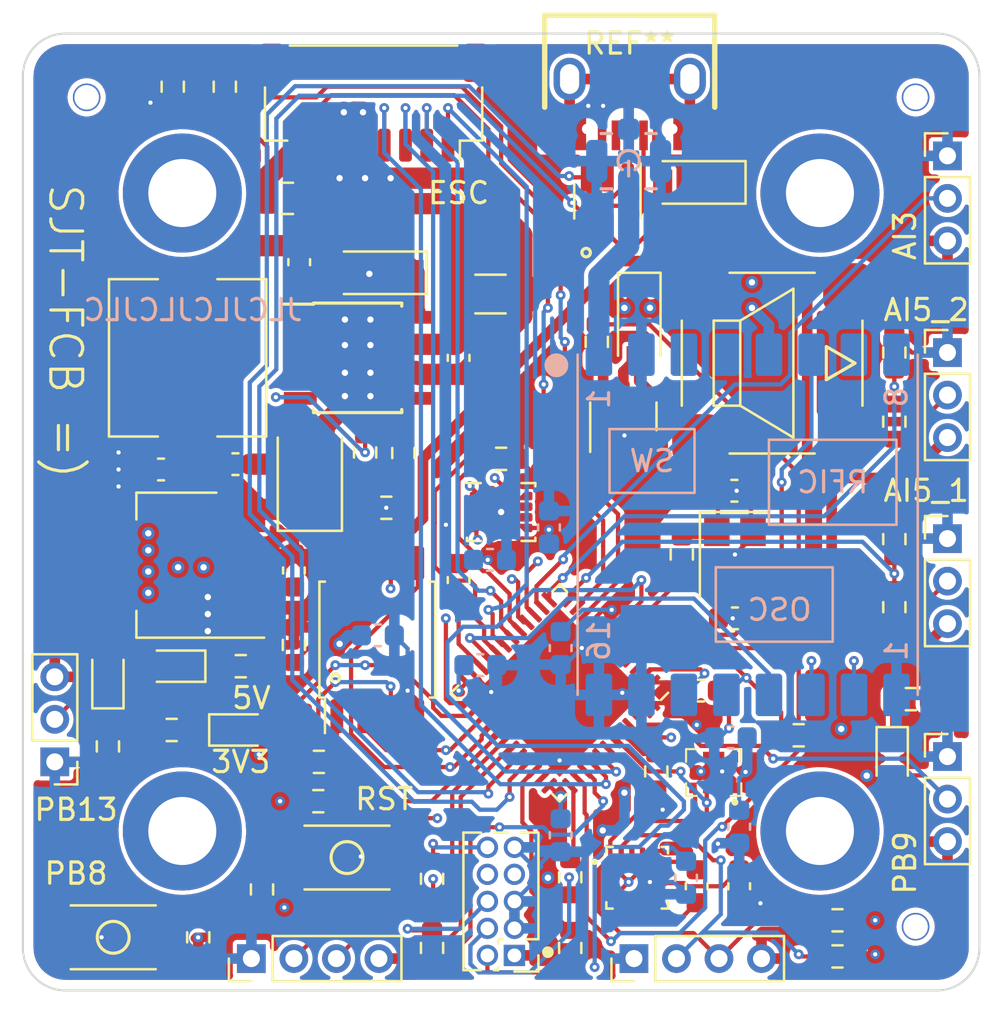
<source format=kicad_pcb>
(kicad_pcb (version 20211014) (generator pcbnew)
  (title_block (title "SJT-FCB") (date "2022-03-16") (rev "0") (company "University of Oulu") (comment 1 "Visa Tuominen"))
  (layers (0 "F.Cu" power) (1 "In1.Cu" mixed) (2 "In2.Cu" mixed) (31 "B.Cu" power) (34 "B.Paste" user) (35 "F.Paste" user) (36 "B.SilkS" user "B.Silkscreen") (37 "F.SilkS" user "F.Silkscreen") (38 "B.Mask" user) (39 "F.Mask" user) (44 "Edge.Cuts" user))
  (net 0 "")
  (net 1 "+BATT")
  (net 2 "+3V3")
  (net 3 "+5V")
  (net 4 "/IO/Q_buzzzer_C")
  (net 5 "/VIN")
  (net 6 "/PH")
  (net 7 "Net-(C19-Pad1)")
  (net 8 "Net-(C20-Pad1)")
  (net 9 "Net-(C20-Pad2)")
  (net 10 "/OSC_OUT_R")
  (net 12 "Net-(J2-Pad2)")
  (net 13 "Net-(J2-Pad4)")
  (net 14 "Net-(J2-Pad6)")
  (net 16 "CPU_NRST")
  (net 17 "Net-(D4-Pad1)")
  (net 18 "unconnected-(J5-Pad6)")
  (net 19 "RAD_GPIO_0")
  (net 20 "RAD_CS_N")
  (net 21 "RAD_IRQ_N")
  (net 22 "OSC_IN")
  (net 23 "OSC_OUT")
  (net 24 "AI_VBAT")
  (net 25 "AI_CRNT")
  (net 27 "Net-(J2-Pad10)")
  (net 28 "AI_3V")
  (net 29 "SPI1_SCK")
  (net 30 "SPI1_MISO")
  (net 31 "SPI1_MOSI")
  (net 32 "TIM3_CH3")
  (net 33 "TIM3_CH4")
  (net 34 "5V_USB")
  (net 35 "SPI2_SCK")
  (net 36 "Net-(D6-Pad1)")
  (net 37 "IMU_INT1")
  (net 38 "GPIO_PB13")
  (net 39 "SPI2_MISO")
  (net 40 "SPI2_MOSI")
  (net 41 "FLASH_CS_N")
  (net 42 "USART1_TX")
  (net 43 "USART1_RX")
  (net 44 "SWDIO")
  (net 45 "SWCLK")
  (net 46 "SWO")
  (net 47 "TIM3_CH1")
  (net 48 "TIM3_CH2")
  (net 49 "I2C1_SCL")
  (net 50 "I2C1_SDA")
  (net 51 "CPU_BOOT0")
  (net 52 "GPIO_PB8")
  (net 53 "GPIO_PB9")
  (net 55 "Net-(R16-Pad2)")
  (net 56 "IMU_CS_N")
  (net 57 "BUZZER")
  (net 59 "/IO/AI_5V_1")
  (net 60 "/IO/AI_5V_2")
  (net 61 "/IO/Q_buzzer_B")
  (net 62 "AI_5V_3V_1")
  (net 63 "AI_5V_3V_2")
  (net 65 "GND")
  (net 66 "Net-(D3-Pad1)")
  (net 67 "/SPI peripherials/ANT")
  (net 68 "Net-(D5-Pad1)")
  (net 69 "/VCAP")
  (net 70 "/BOOT")
  (net 71 "/VSENSE")
  (net 72 "Net-(R4-Pad2)")
  (net 73 "Net-(R17-Pad2)")
  (net 90 "USB_D-")
  (net 91 "USB_D+")
  (footprint "Resistor_SMD:R_0603_1608Metric" (layer "F.Cu") (at 167.275 110.8)
    (fp_text reference "R23")
    (fp_text value "240")
  )
  (footprint "Capacitor_SMD:C_0603_1608Metric" (layer "F.Cu") (at 138.25 104.75 90)
    (fp_text reference "C13")
    (fp_text value "10u 10V")
  )
  (footprint "Resistor_SMD:R_0603_1608Metric" (layer "F.Cu") (at 132.5 112.25 180)
    (fp_text reference "R14")
    (fp_text value "1k")
  )
  (footprint "000_sjt:JLCPCB_NPTH" (layer "F.Cu") (at 167.5 121.5)
    (fp_text reference "T3" hide)
    (fp_text value "JLCPCB_NPTH" hide)
  )
  (footprint "Resistor_SMD:R_0603_1608Metric" (layer "F.Cu") (at 166.5 97.75 90)
    (fp_text reference "R28")
    (fp_text value "5.1k")
  )
  (footprint "Connector_PinHeader_2.00mm:PinHeader_1x03_P2.00mm_Vertical" (layer "F.Cu") (at 169 103.25)
    (fp_text reference "J9")
    (fp_text value "PH1X3")
  )
  (footprint "000_sjt:PG-VLGA-8-1" (layer "F.Cu") (at 158 114.25 -90)
    (fp_text reference "U7" hide)
    (fp_text value "DPS310" hide)
  )
  (footprint "Resistor_SMD:R_0603_1608Metric" (layer "F.Cu") (at 138.25 108.25 -90)
    (fp_text reference "R17")
    (fp_text value "10k")
  )
  (footprint "Capacitor_SMD:C_0603_1608Metric" (layer "F.Cu") (at 138.5 90.25 90)
    (fp_text reference "C9")
    (fp_text value "10n")
  )
  (footprint "Package_TO_SOT_SMD:SOT-23" (layer "F.Cu") (at 153.75 97.5 90)
    (fp_text reference "Q1")
    (fp_text value "S8050 J3Y")
  )
  (footprint "Package_SO:SOIC-8_5.23x5.23mm_P1.27mm" (layer "F.Cu") (at 142.175 108 90)
    (fp_text reference "U4")
    (fp_text value "W25Q128JVS")
  )
  (footprint "Resistor_SMD:R_0603_1608Metric" (layer "F.Cu") (at 132.55 82 -90)
    (fp_text reference "R2")
    (fp_text value "1k")
  )
  (footprint "Package_DFN_QFN:QFN-48-1EP_7x7mm_P0.5mm_EP5.6x5.6mm" (layer "F.Cu") (at 150.75 110.5 -135)
    (fp_text reference "U1")
    (fp_text value "STM32F411CEUx")
  )
  (footprint "Resistor_SMD:R_0603_1608Metric" (layer "F.Cu") (at 135 82 90)
    (fp_text reference "R1")
    (fp_text value "10k")
  )
  (footprint "Diode_SMD:D_SOD-123" (layer "F.Cu") (at 154.5 93 -90)
    (fp_text reference "D7")
    (fp_text value "1N4148W")
  )
  (footprint "Connector_PinHeader_2.00mm:PinHeader_1x04_P2.00mm_Vertical" (layer "F.Cu") (at 154.25 123 90)
    (fp_text reference "J4")
    (fp_text value "PH1X4")
  )
  (footprint "Capacitor_Tantalum_SMD:CP_EIA-3528-15_AVX-H_Pad1.50x2.35mm_HandSolder" (layer "F.Cu") (at 139 100.25 90)
    (fp_text reference "C11")
    (fp_text value "100u 6.3V")
  )
  (footprint "Resistor_SMD:R_0603_1608Metric" (layer "F.Cu") (at 155.3 114.2 -90)
    (fp_text reference "R12")
    (fp_text value "10k")
  )
  (footprint "Resistor_SMD:R_0603_1608Metric" (layer "F.Cu") (at 156.5 104 -90)
    (fp_text reference "R6" hide)
    (fp_text value "1k")
  )
  (footprint "Resistor_SMD:R_0603_1608Metric" (layer "F.Cu") (at 143.4 99.225 -90)
    (fp_text reference "R4")
    (fp_text value "3k")
  )
  (footprint "Resistor_SMD:R_0603_1608Metric" (layer "F.Cu") (at 139.425 113.75)
    (fp_text reference "R15")
    (fp_text value "10k")
  )
  (footprint "000_sjt:JLCPCB_NPTH" (layer "F.Cu") (at 167.5 82.5)
    (fp_text reference "T2" hide)
    (fp_text value "JLCPCB_NPTH" hide)
  )
  (footprint "Resistor_SMD:R_0603_1608Metric" (layer "F.Cu") (at 151.25 122.5 90)
    (fp_text reference "R7")
    (fp_text value "22")
  )
  (footprint "Connector_PinHeader_2.00mm:PinHeader_1x03_P2.00mm_Vertical" (layer "F.Cu") (at 169 85.25)
    (fp_text reference "J11")
    (fp_text value "PH1X3")
  )
  (footprint "Package_SO:TI_SO-PowerPAD-8_ThermalVias" (layer "F.Cu") (at 141.25 94.75)
    (fp_text reference "U2")
    (fp_text value "TPS5430DDA")
  )
  (footprint "Capacitor_SMD:C_0603_1608Metric" (layer "F.Cu") (at 159.2 119.6 -90)
    (fp_text reference "C19")
    (fp_text value "4.7u")
  )
  (footprint "Capacitor_SMD:C_0603_1608Metric" (layer "F.Cu") (at 146 94.75 90)
    (fp_text reference "C3")
    (fp_text value "100n")
  )
  (footprint "Resistor_SMD:R_0603_1608Metric" (layer "F.Cu") (at 133.75 122 90)
    (fp_text reference "R22")
    (fp_text value "10k")
  )
  (footprint "000_sjt:QMC5883L" (layer "F.Cu") (at 154.4 119.2)
    (fp_text reference "U8")
    (fp_text value "QMC5883L")
  )
  (footprint "Connector_PinHeader_2.00mm:PinHeader_1x03_P2.00mm_Vertical" (layer "F.Cu") (at 127 113.75 180)
    (fp_text reference "J7")
    (fp_text value "PH1X3")
  )
  (footprint "000_sjt:Button-2.9x4.0mm-SMD" (layer "F.Cu") (at 129.75 122)
    (fp_text reference "SW2")
    (fp_text value "SW_Push")
  )
  (footprint "Capacitor_SMD:C_0603_1608Metric" (layer "F.Cu") (at 132 100)
    (fp_text reference "C12")
    (fp_text value "10u 10V")
  )
  (footprint "LED_SMD:LED_0603_1608Metric" (layer "F.Cu") (at 129.5 109.75 90)
    (fp_text reference "D6")
    (fp_text value "Blue, 3V")
  )
  (footprint "000_sjt:JLCPCB_NPTH" (layer "F.Cu") (at 128.5 82.5)
    (fp_text reference "T1" hide)
    (fp_text value "JLCPCB_NPTH" hide)
  )
  (footprint "Resistor_SMD:R_0603_1608Metric" (layer "F.Cu") (at 139.4 115.6)
    (fp_text reference "R16")
    (fp_text value "10k")
  )
  (footprint "Inductor_SMD:L_7.3x7.3_H4.5" (layer "F.Cu") (at 133.25 94.75 -90)
    (fp_text reference "L1")
    (fp_text value "100u 650mA 250mΩ")
  )
  (footprint "Resistor_SMD:R_0603_1608Metric" (layer "F.Cu") (at 166.5 103.275 90)
    (fp_text reference "R27")
    (fp_text value "10k")
  )
  (footprint "Capacitor_SMD:C_0603_1608Metric" (layer "F.Cu") (at 158.975 101 180)
    (fp_text reference "CL2")
    (fp_text value "6.8p")
  )
  (footprint "LED_SMD:LED_0603_1608Metric" (layer "F.Cu") (at 135.75 112.25)
    (fp_text reference "D4")
    (fp_text value "LED_red")
  )
  (footprint "LED_SMD:LED_0603_1608Metric" (layer "F.Cu") (at 166.4 113.6 -90)
    (fp_text reference "D5")
    (fp_text value "Blue, 3V")
  )
  (footprint "Resistor_SMD:R_0603_1608Metric" (layer "F.Cu") (at 163.825 121.2 180)
    (fp_text reference "R20")
    (fp_text value "10k")
  )
  (footprint "000_sjt:MLT-8350" (layer "F.Cu") (at 160.75 95)
    (fp_text reference "BZ1")
    (fp_text value "MLT-8530")
  )
  (footprint "Resistor_SMD:R_0603_1608Metric" (layer "F.Cu") (at 136.75 119.75 90)
    (fp_text reference "R11")
    (fp_text value "10k")
  )
  (footprint "Capacitor_SMD:C_0603_1608Metric" (layer "F.Cu") (at 146 105.2 -90)
    (fp_text reference "C1")
    (fp_text value "4.7u")
  )
  (footprint "Resistor_SMD:R_0603_1608Metric" (layer "F.Cu") (at 162 112.5 180)
    (fp_text reference "R19")
    (fp_text value "10k")
  )
  (footprint "Connector_PinHeader_2.00mm:PinHeader_1x03_P2.00mm_Vertical" (layer "F.Cu") (at 169 113.5)
    (fp_text reference "J6")
    (fp_text value "PH1X3")
  )
  (footprint "Resistor_SMD:R_0603_1608Metric" (layer "F.Cu") (at 142.6 101.8 180)
    (fp_text reference "R5")
    (fp_text value "240")
  )
  (footprint "Capacitor_SMD:C_0603_1608Metric" (layer "F.Cu") (at 159 107 180)
    (fp_text reference "CL1")
    (fp_text value "6.8p")
  )
  (footprint "Resistor_SMD:R_0603_1608Metric" (layer "F.Cu") (at 135.75 109.25)
    (fp_text reference "R13")
    (fp_text value "1k")
  )
  (footprint "Capacitor_SMD:C_0603_1608Metric" (layer "F.Cu") (at 135.5 99.75 180)
    (fp_text reference "C10")
    (fp_text value "100n")
  )
  (footprint "Resistor_SMD:R_0603_1608Metric" (layer "F.Cu") (at 141.6 99.2 90)
    (fp_text reference "R3")
    (fp_text value "10k")
  )
  (footprint "MountingHole:MountingHole_3.2mm_M3_DIN965_Pad" (layer "F.Cu") (at 163 87)
    (fp_text reference "H2" hide)
    (fp_text value "MountingHole")
  )
  (footprint "Connector_PinHeader_2.00mm:PinHeader_1x03_P2.00mm_Vertical" (layer "F.Cu") (at 169 94.5)
    (fp_text reference "J10")
    (fp_text value "PH1X3")
  )
  (footprint "MountingHole:MountingHole_3.2mm_M3_DIN965_Pad" (layer "F.Cu") (at 133 117)
    (fp_text reference "H3" hide)
    (fp_text value "MountingHole")
  )
  (footprint "Package_TO_SOT_SMD:SOT-23-6" (layer "F.Cu") (at 153 87.4 -90)
    (fp_text reference "U9")
    (fp_text value "SRV05-4")
  )
  (footprint "Crystal:Crystal_SMD_3225-4Pin_3.2x2.5mm" (layer "F.Cu") (at 159 104 -90)
    (fp_text reference "Y1")
    (fp_text value "16 MHz")
  )
  (footprint "Resistor_SMD:R_0603_1608Metric" (layer "F.Cu") (at 144.75 119.25 -90)
    (fp_text reference "R10")
    (fp_text value "22")
  )
  (footprint "Diode_SMD:D_SOD-123" (layer "F.Cu") (at 142.25 90.75 180)
    (fp_text reference "D1")
    (fp_text value "B5819W SL")
  )
  (footprint "Capacitor_SMD:C_1206_3216Metric" (layer "F.Cu") (at 147.5 91.75 180)
    (fp_text reference "C2")
    (fp_text value "10u 50V")
  )
  (footprint "Package_TO_SOT_SMD:SOT-223-3_TabPin2" (layer "F.Cu") (at 132.75 104.5 180)
    (fp_text reference "U3")
    (fp_text value "AMS1117-3.3")
  )
  (footprint "MountingHole:MountingHole_3.2mm_M3_DIN965_Pad" (layer "F.Cu") (at 163 117)
    (fp_text reference "H4" hide)
    (fp_text value "MountingHole")
  )
  (footprint "000_sjt:MICRO-USB-SMD_U254-051T-4BH83-F1S" (layer "F.Cu") (at 154.05 82.9635 180)
    (fp_text reference "J5" hide)
    (fp_text value "USB_B_Micro" hide)
  )
  (footprint "000_sjt:Button-2.9x4.0mm-SMD" (layer "F.Cu") (at 140.75 118.25 180)
    (fp_text reference "SW1")
    (fp_text value "SW_Push")
  )
  (footprint "Resistor_SMD:R_0603_1608Metric" (layer "F.Cu") (at 166.5 94.5 90)
    (fp_text reference "R29")
    (fp_text value "10k")
  )
  (footprint "Resistor_SMD:R_0603_1608Metric" (layer "F.Cu") (at 151.25 119.175 90)
    (fp_text reference "R8")
    (fp_text value "22")
  )
  (footprint "Connector_PinHeader_2.00mm:PinHeader_1x04_P2.00mm_Vertical" (layer "F.Cu") (at 136.25 123 90)
    (fp_text reference "J8")
    (fp_text value "PH1X4")
  )
  (footprint "Resistor_SMD:R_0603_1608Metric" (layer "F.Cu") (at 129.5 113.025 -90)
    (fp_text reference "R24")
    (fp_text value "240")
  )
  (footprint "Capacitor_SMD:C_0603_1608Metric" (layer "F.Cu") (at 157.2 119.6 -90)
    (fp_text reference "C20")
    (fp_text value "220n")
  )
  (footprint "Connector_PinHeader_1.27mm:PinHeader_2x05_P1.27mm_Vertical" (layer "F.Cu") (at 148.625 122.85 180)
    (fp_text reference "J2")
    (fp_text value "SWD")
  )
  (footprint "Connector_JST:JST_SH_SM08B-SRSS-TB_1x08-1MP_P1.00mm_Horizontal" (layer "F.Cu") (at 142 82.75 180)
    (fp_text reference "J1")
    (fp_text value "Conn_ESC_4in1")
  )
  (footprint "Resistor_SMD:R_0603_1608Metric" (layer "F.Cu") (at 152.5 94 -90)
    (fp_text reference "R25")
    (fp_text value "470")
  )
  (footprint "Capacitor_SMD:C_0603_1608Metric" (layer "F.Cu") (at 157.4 110.4 180)
    (fp_text reference "C4")
    (fp_text value "4.7u")
  )
  (footprint "Resistor_SMD:R_0603_1608Metric" (layer "F.Cu") (at 144.75 122.5 -90)
    (fp_text reference "R9")
    (fp_text value "22")
  )
  (footprint "Diode_SMD:D_SOD-123" (layer "F.Cu") (at 157.25 86.5 180)
    (fp_text reference "D2")
    (fp_text value "B5819W SL")
  )
  (footprint "Resistor_SMD:R_0603_1608Metric" (layer "F.Cu") (at 166.5 106.475 90)
    (fp_text reference "R26")
    (fp_text value "5.1k")
  )
  (footprint "LED_SMD:LED_0603_1608Metric" (layer "F.Cu") (at 132.6 109.25 180)
    (fp_text reference "D3")
    (fp_text value "LED_red")
  )
  (footprint "Resistor_SMD:R_0603_1608Metric" (layer "F.Cu") (at 163.825 122.9 180)
    (fp_text reference "R21")
    (fp_text value "10k")
  )
  (footprint "Capacitor_SMD:C_0805_2012Metric" (layer "F.Cu") (at 137.95 87.25)
    (fp_text reference "FB1")
    (fp_text value "500mA 600Ω@100M")
  )
  (footprint "Package_LGA:LGA-14_3x2.5mm_P0.5mm_LayoutBorder3x4y" (layer "F.Cu") (at 148 102)
    (fp_text reference "U5")
    (fp_text value "LSM6DS3")
  )
  (footprint "MountingHole:MountingHole_3.2mm_M3_DIN965_Pad" (layer "F.Cu") (at 133 87)
    (fp_text reference "H1" hide)
    (fp_text value "MountingHole")
  )
  (footprint "Resistor_SMD:R_0603_1608Metric" (layer "F.Cu") (at 148 99.5 180)
    (fp_text reference "R18")
    (fp_text value "10k")
  )
  (footprint "Capacitor_SMD:C_0603_1608Metric" (layer "B.Cu") (at 150.25 102.725 90)
    (fp_text reference "C15")
    (fp_text value "100n")
  )
  (footprint "Capacitor_SMD:C_0603_1608Metric" (layer "B.Cu") (at 158.8 112.6)
    (fp_text reference "C5")
    (fp_text value "100n")
  )
  (footprint "Capacitor_SMD:C_0603_1608Metric" (layer "B.Cu") (at 147.025 109.2 180)
    (fp_text reference "C7")
    (fp_text value "100n")
  )
  (footprint "000_sjt:DL-RTS4432_board" (layer "B.Cu") (at 159.6 102.6 -90)
    (fp_text reference "U6")
    (fp_text value "DL-RTS4432")
  )
  (footprint "Capacitor_SMD:C_0603_1608Metric" (layer "B.Cu") (at 147.475 104.25)
    (fp_text reference "C16")
    (fp_text value "100n")
  )
  (footprint "Capacitor_SMD:C_0603_1608Metric" (layer "B.Cu") (at 159.2 116.8 -90)
    (fp_text reference "C18")
    (fp_text value "100n")
  )
  (footprint "Capacitor_SMD:C_0603_1608Metric" (layer "B.Cu") (at 150.8 117.2 90)
    (fp_text reference "C6")
    (fp_text value "100n")
  )
  (footprint "Capacitor_SMD:C_0603_1608Metric" (layer "B.Cu") (at 142.2 107.8)
    (fp_text reference "C14")
    (fp_text value "100n")
  )
  (footprint "Capacitor_SMD:C_0603_1608Metric" (layer "B.Cu") (at 150.8 108.4 90)
    (fp_text reference "C8")
    (fp_text value "100n")
  )
  (footprint "000_sjt:KH-IPEX-K501-29" (layer "B.Cu") (at 154 85.5 180)
    (fp_text reference "J3")
    (fp_text value "Conn_Coaxial")
  )
  (footprint "Capacitor_SMD:C_0603_1608Metric" (layer "B.Cu") (at 156.7 119.2 -90)
    (fp_text reference "C21")
    (fp_text value "100n")
  )
  (gr_circle (center 140.2 109.8) (end 140.4 109.8) (layer "F.SilkS") (width 0.15) (fill none))
  (gr_circle (center 150.2 122.7) (end 150.4 122.7) (layer "F.SilkS") (width 0.15) (fill solid))
  (gr_circle (center 152 89.8) (end 152.2 89.8) (layer "F.SilkS") (width 0.15) (fill none))
  (gr_arc (start 127.5 124.5) (mid 126.085786 123.914214) (end 125.5 122.5) (layer "Edge.Cuts") (width 0.1))
  (gr_arc (start 168.5 79.5) (mid 169.914214 80.085786) (end 170.5 81.5) (layer "Edge.Cuts") (width 0.1))
  (gr_line (start 125.5 122.5) (end 125.5 81.5) (layer "Edge.Cuts") (width 0.1))
  (gr_line (start 127.5 79.5) (end 168.5 79.5) (layer "Edge.Cuts") (width 0.1))
  (gr_line (start 168.5 124.5) (end 127.5 124.5) (layer "Edge.Cuts") (width 0.1))
  (gr_line (start 170.5 81.5) (end 170.5 122.5) (layer "Edge.Cuts") (width 0.1))
  (gr_arc (start 170.5 122.5) (mid 169.914214 123.914214) (end 168.5 124.5) (layer "Edge.Cuts") (width 0.1))
  (gr_arc (start 125.5 81.5) (mid 126.085786 80.085786) (end 127.5 79.5) (layer "Edge.Cuts") (width 0.1))
  (gr_text "JLCJLCJLCJLC" (at 133.5 92.5) (layer "B.SilkS") (effects (font (size 1 1)) (justify mirror)))
  (gr_text "PB9" (at 167 118.5 90) (layer "F.SilkS") (effects (font (size 1 1))))
  (gr_text "PB8" (at 128 119) (layer "F.SilkS") (effects (font (size 1 1))))
  (gr_text "PB13" (at 128 116) (layer "F.SilkS") (effects (font (size 1 1))))
  (gr_text "3V3" (at 135.75 113.75) (layer "F.SilkS") (effects (font (size 1 1))))
  (gr_text "AI5_2" (at 168 92.5) (layer "F.SilkS") (effects (font (size 1 1))))
  (gr_text "5V" (at 136.25 110.75) (layer "F.SilkS") (effects (font (size 1 1))))
  (gr_text "AI3" (at 167 89 90) (layer "F.SilkS") (effects (font (size 1 1))))
  (gr_text "AI5_1" (at 168 101) (layer "F.SilkS") (effects (font (size 1 1))))
  (gr_text "ESC" (at 146 87) (layer "F.SilkS") (effects (font (size 1 1))))
  (gr_text "RST" (at 142.5 115.5) (layer "F.SilkS") (effects (font (size 1 1))))
  (gr_text "SJT-FCB =)" (at 127.5 93.5 270) (layer "F.SilkS") (effects (font (size 1.5 1.5))))
  (segment (start 135 82.825) (end 137 84.825) (width 0.2) (layer "F.Cu") (net 1))
  (segment (start 137 87.25) (end 137 86.25) (width 1) (layer "F.Cu") (net 1))
  (segment (start 137 86.25) (end 138.5 84.75) (width 1) (layer "F.Cu") (net 1))
  (segment (start 137 84.825) (end 137 87.25) (width 0.2) (layer "F.Cu") (net 1))
  (segment (start 154.5 91.9) (end 155 92.4) (width 0.5) (layer "F.Cu") (net 2))
  (segment (start 157.675 113.525) (end 157.675 113.925) (width 0.2) (layer "F.Cu") (net 2))
  (segment (start 157.675 113.925) (end 157.4 114.2) (width 0.2) (layer "F.Cu") (net 2))
  (segment (start 146.374777 110.025223) (end 146 110.4) (width 0.2) (layer "F.Cu") (net 2))
  (segment (start 149.80048 100.47548) (end 149.80048 102.37998) (width 0.2) (layer "F.Cu") (net 2))
  (segment (start 155.125223 110.013864) (end 156.238864 110.013864) (width 0.2) (layer "F.Cu") (net 2))
  (segment (start 140.27 105.405) (end 140.27 104.4) (width 0.5) (layer "F.Cu") (net 2))
  (segment (start 158.975 113.525) (end 158.975 113.975) (width 0.2) (layer "F.Cu") (net 2))
  (segment (start 156.038864 110.986136) (end 156.625 110.4) (width 0.2) (layer "F.Cu") (net 2))
  (segment (start 153.55 118.95) (end 154 119.4) (width 0.2) (layer "F.Cu") (net 2))
  (segment (start 152.296796 107.103204) (end 152.8 106.6) (width 0.2) (layer "F.Cu") (net 2))
  (segment (start 153.1375 119.95) (end 153.45 119.95) (width 0.2) (layer "F.Cu") (net 2))
  (segment (start 154.6 91.45) (end 154.5 91.35) (width 0.5) (layer "F.Cu") (net 2))
  (segment (start 163.7 112.5) (end 164 112.2) (width 0.5) (layer "F.Cu") (net 2))
  (segment (start 135.9 104.5) (end 137.725 104.5) (width 0.5) (layer "F.Cu") (net 2))
  (segment (start 136.5375 113.3375) (end 136.6 113.4) (width 0.5) (layer "F.Cu") (net 2))
  (segment (start 137.725 104.5) (end 138.25 103.975) (width 0.5) (layer "F.Cu") (net 2))
  (segment (start 150.263864 114.875223) (end 150.275223 114.875223) (width 0.2) (layer "F.Cu") (net 2))
  (segment (start 156.625 111.434229) (end 157.20302 112.012249) (width 0.2) (layer "F.Cu") (net 2))
  (segment (start 158.975 113.975) (end 159.225 114.225) (width 0.2) (layer "F.Cu") (net 2))
  (segment (start 152.296796 107.185437) (end 152.296796 107.103204) (width 0.2) (layer "F.Cu") (net 2))
  (segment (start 138.25 107.425) (end 139.5375 106.1375) (width 0.5) (layer "F.Cu") (net 2))
  (segment (start 149.1625 102.75) (end 150.1705 102.75) (width 0.2) (layer "F.Cu") (net 2))
  (segment (start 148.825 99.5) (end 149.80048 100.47548) (width 0.2) (layer "F.Cu") (net 2))
  (segment (start 158.85 91.45) (end 159.8 92.4) (width 0.5) (layer "F.Cu") (net 2))
  (segment (start 146.374777 110.013864) (end 146.374777 110.025223) (width 0.2) (layer "F.Cu") (net 2))
  (segment (start 155.6625 117.9375) (end 155.8 117.8) (width 0.2) (layer "F.Cu") (net 2))
  (segment (start 149.80048 102.37998) (end 150.25 102.8295) (width 0.2) (layer "F.Cu") (net 2))
  (segment (start 157.2 91.45) (end 159.55 91.45) (width 0.5) (layer "F.Cu") (net 2))
  (segment (start 159.225 114.225) (end 159.5 114.225) (width 0.2) (layer "F.Cu") (net 2))
  (segment (start 154 119.4) (end 155.15 118.25) (width 0.2) (layer "F.Cu") (net 2))
  (segment (start 156.238864 110.013864) (end 156.625 110.4) (width 0.2) (layer "F.Cu") (net 2))
  (segment (start 155.125223 110.986136) (end 156.038864 110.986136) (width 0.2) (layer "F.Cu") (net 2))
  (segment (start 136.5375 112.25) (end 136.5375 113.3375) (width 0.5) (layer "F.Cu") (net 2))
  (segment (start 162.825 112.5) (end 163.7 112.5) (width 0.5) (layer "F.Cu") (net 2))
  (segment (start 154.5 91.7) (end 153.8 92.4) (width 0.5) (layer "F.Cu") (net 2))
  (segment (start 155.15 117.9375) (end 155.6625 117.9375) (width 0.2) (layer "F.Cu") (net 2))
  (segment (start 153.45 119.95) (end 154 119.4) (width 0.2) (layer "F.Cu") (net 2))
  (segment (start 147.5 102.9125) (end 147.5 104.1205) (width 0.2) (layer "F.Cu") (net 2))
  (segment (start 147.5 104.1205) (end 147.3705 104.25) (width 0.2) (layer "F.Cu") (net 2))
  (segment (start 164.65 122.9) (end 165.5 122.9) (width 0.2) (layer "F.Cu") (net 2))
  (segment (start 165.5 122.9) (end 165.6 122.8) (width 0.2) (layer "F.Cu") (net 2))
  (segment (start 153.1375 118.95) (end 153.55 118.95) (width 0.2) (layer "F.Cu") (net 2))
  (segment (start 164.65 121.2) (end 165.6 121.2) (width 0.2) (layer "F.Cu") (net 2))
  (segment (start 138.675 104.4) (end 138.25 103.975) (width 0.5) (layer "F.Cu") (net 2))
  (segment (start 150.275223 114.875223) (end 150.8 115.4) (width 0.2) (layer "F.Cu") (net 2))
  (segment (start 150.2 116) (end 150.2 119.2) (width 0.5) (layer "F.Cu") (net 2))
  (segment (start 157.2 91.45) (end 158.85 91.45) (width 0.5) (layer "F.Cu") (net 2))
  (segment (start 150.1705 102.75) (end 150.25 102.8295) (width 0.2) (layer "F.Cu") (net 2))
  (segment (start 139.5375 106.1375) (end 140.27 105.405) (width 0.5) (layer "F.Cu") (net 2))
  (segment (start 133.75 122.009497) (end 133.745003 122.0045) (width 0.2) (layer "F.Cu") (net 2))
  (segment (start 154.5 91.35) (end 154.5 91.9) (width 0.5) (layer "F.Cu") (net 2))
  (segment (start 138.575 115.6) (end 137.6 115.6) (width 0.5) (layer "F.Cu") (net 2))
  (segment (start 140.27 104.4) (end 138.675 104.4) (width 0.5) (layer "F.Cu") (net 2))
  (segment (start 156.625 110.4) (end 156.625 111.434229) (width 0.2) (layer "F.Cu") (net 2))
  (segment (start 154.5 91.35) (end 154.5 91.7) (width 0.5) (layer "F.Cu") (net 2))
  (segment (start 157.2 91.45) (end 154.6 91.45) (width 0.5) (layer "F.Cu") (net 2))
  (segment (start 159.55 91.45) (end 159.8 91.2) (width 0.5) (layer "F.Cu") (net 2))
  (segment (start 150.8 115.4) (end 150.2 116) (width 0.5) (layer "F.Cu") (net 2))
  (segment (start 155.15 118.25) (end 155.15 117.9375) (width 0.2) (layer "F.Cu") (net 2))
  (segment (start 133.75 122.825) (end 133.75 122.009497) (width 0.2) (layer "F.Cu") (net 2))
  (segment (start 152.8 106.6) (end 153.2 106.6) (width 0.2) (layer "F.Cu") (net 2))
  (via (at 157.4 114.2) (size 0.46) (drill 0.2) (layers "F.Cu" "B.Cu") (net 2))
  (via (at 150.25 102.8295) (size 0.46) (drill 0.2) (layers "F.Cu" "B.Cu") (net 2))
  (via (at 134 104.6) (size 0.6) (drill 0.3) (layers "F.Cu" "B.Cu") (net 2))
  (via (at 147.3705 104.25) (size 0.46) (drill 0.2) (layers "F.Cu" "B.Cu") (net 2))
  (via (at 154 119.4) (size 0.46) (drill 0.2) (layers "F.Cu" "B.Cu") (net 2))
  (via (at 153.8 92.4) (size 0.6) (drill 0.3) (layers "F.Cu" "B.Cu") (net 2))
  (via (at 165.6 121.2) (size 0.46) (drill 0.2) (layers "F.Cu" "B.Cu") (net 2))
  (via (at 165.6 122.8) (size 0.46) (drill 0.2) (layers "F.Cu" "B.Cu") (net 2))
  (via (at 159.5 114.225) (size 0.46) (drill 0.2) (layers "F.Cu" "B.Cu") (net 2))
  (via (at 131.4 103) (size 0.6) (drill 0.3) (layers "F.Cu" "B.Cu") (net 2))
  (via (at 131.4 104.8) (size 0.6) (drill 0.3) (layers "F.Cu" "B.Cu") (net 2))
  (via (at 140.4 108.2) (size 0.6) (drill 0.3) (layers "F.Cu" "B.Cu") (net 2))
  (via (at 137.6 115.6) (size 0.46) (drill 0.2) (layers "F.Cu" "B.Cu") (net 2))
  (via (at 153.2 106.6) (size 0.46) (drill 0.2) (layers "F.Cu" "B.Cu") (net 2))
  (via (at 133.745003 122.0045) (size 0.46) (drill 0.2) (layers "F.Cu" "B.Cu") (net 2))
  (via (at 164 112.2) (size 0.6) (drill 0.3) (layers "F.Cu" "B.Cu") (net 2))
  (via (at 165.2 114.4) (size 0.6) (drill 0.3) (layers "F.Cu" "B.Cu") (net 2))
  (via (at 155.8 117.8) (size 0.46) (drill 0.2) (layers "F.Cu" "B.Cu") (net 2))
  (via (at 159.8 92.4) (size 0.6) (drill 0.3) (layers "F.Cu" "B.Cu") (net 2))
  (via (at 131.4 103.8) (size 0.6) (drill 0.3) (layers "F.Cu" "B.Cu") (net 2))
  (via (at 132.8 104.6) (size 0.6) (drill 0.3) (layers "F.Cu" "B.Cu") (net 2))
  (via (at 150.2 119.2) (size 0.6) (drill 0.3) (layers "F.Cu" "B.Cu") (net 2))
  (via (at 150.8 115.4) (size 0.6) (drill 0.3) (layers "F.Cu" "B.Cu") (net 2))
  (via (at 131.4 105.8) (size 0.6) (drill 0.3) (layers "F.Cu" "B.Cu") (net 2))
  (via (at 136.6 113.4) (size 0.46) (drill 0.2) (layers "F.Cu" "B.Cu") (net 2))
  (via (at 137.8 120.6) (size 0.46) (drill 0.2) (layers "F.Cu" "B.Cu") (net 2))
  (via (at 153.8 115.2) (size 0.6) (drill 0.3) (layers "F.Cu" "B.Cu") (net 2))
  (via (at 159.8 91.2) (size 0.6) (drill 0.3) (layers "F.Cu" "B.Cu") (net 2))
  (via (at 157.20302 112.012249) (size 0.46) (drill 0.2) (layers "F.Cu" "B.Cu") (net 2))
  (via (at 155 92.4) (size 0.6) (drill 0.3) (layers "F.Cu" "B.Cu") (net 2))
  (via (at 146 110.4) (size 0.46) (drill 0.2) (layers "F.Cu" "B.Cu") (net 2))
  (via (at 152.779031 116.973147) (size 0.6) (drill 0.3) (layers "F.Cu" "B.Cu") (net 2))
  (segment (start 140.8 107.8) (end 140.4 108.2) (width 0.5) (layer "B.Cu") (net 2))
  (segment (start 156.075 117.8) (end 156.7 118.425) (width 0.2) (layer "B.Cu") (net 2))
  (segment (start 150.8 115.4) (end 150.8 116.4) (width 0.2) (layer "B.Cu") (net 2))
  (segment (start 159.2 116.025) (end 159.2 114.525) (width 0.2) (layer "B.Cu") (net 2))
  (segment (start 150.25 102.8295) (end 150.25 103.5) (width 0.2) (layer "B.Cu") (net 2))
  (segment (start 151.825 106.6) (end 150.8 107.625) (width 0.2) (layer "B.Cu") (net 2))
  (segment (start 153.426853 116.973147) (end 152.779031 116.973147) (width 0.5) (layer "B.Cu") (net 2))
  (segment (start 159.575 114.15) (end 159.5 114.225) (width 0.5) (layer "B.Cu") (net 2))
  (segment (start 141.425 107.8) (end 140.8 107.8) (width 0.5) (layer "B.Cu") (net 2))
  (segment (start 146 109.45) (end 146.25 109.2) (width 0.2) (layer "B.Cu") (net 2))
  (segment (start 147.3705 104.25) (end 146.7 104.25) (width 0.2) (layer "B.Cu") (net 2))
  (segment (start 153.2 106.6) (end 151.825 106.6) (width 0.2) (layer "B.Cu") (net 2))
  (segment (start 153.8 116.6) (end 153.8 115.2) (width 0.5) (layer "B.Cu") (net 2))
  (segment (start 160.6 94.6) (end 160.6 93.2) (width 0.5) (layer "B.Cu") (net 2))
  (segment (start 159.575 112.6) (end 159.575 114.15) (width 0.5) (layer "B.Cu") (net 2))
  (segment (start 153.8 116.6) (end 153.426853 116.973147) (width 0.5) (layer "B.Cu") (net 2))
  (segment (start 160.6 93.2) (end 159.8 92.4) (width 0.5) (layer "B.Cu") (net 2))
  (segment (start 159.2 114.525) (end 159.5 114.225) (width 0.2) (layer "B.Cu") (net 2))
  (segment (start 155.8 117.8) (end 156.075 117.8) (width 0.2) (layer "B.Cu") (net 2))
  (segment (start 146 110.4) (end 146 109.45) (width 0.2) (layer "B.Cu") (net 2))
  (segment (start 139 101.875) (end 139.925 102.8) (width 0.5) (layer "F.Cu") (net 3))
  (segment (start 163.55111 105.769669) (end 165.955961 108.17452) (width 0.5) (layer "F.Cu") (net 3))
  (segment (start 162.4 91.8) (end 158.9 88.3) (width 0.5) (layer "F.Cu") (net 3))
  (segment (start 140.85 100.025) (end 139 101.875) (width 0.5) (layer "F.Cu") (net 3))
  (segment (start 144.32452 102.294039) (end 144.32452 99.47548) (width 0.5) (layer "F.Cu") (net 3))
  (segment (start 127 106.8) (end 127 102.8) (width 0.5) (layer "F.Cu") (net 3))
  (segment (start 131.8125 109.25) (end 131.8125 109.2125) (width 0.5) (layer "F.Cu") (net 3))
  (segment (start 136.617532 101.875) (end 139 101.875) (width 1) (layer "F.Cu") (net 3))
  (segment (start 134.725 99.982468) (end 136.617532 101.875) (width 1) (layer "F.Cu") (net 3))
  (segment (start 163.55111 100.4) (end 167.1 100.4) (width 0.5) (layer "F.Cu") (net 3))
  (segment (start 127 102.8) (end 128 101.8) (width 0.5) (layer "F.Cu") (net 3))
  (segment (start 143.818559 102.8) (end 144.32452 102.294039) (width 0.5) (layer "F.Cu") (net 3))
  (segment (start 134.725 99.75) (end 134.725 99.982468) (width 1) (layer "F.Cu") (net 3))
  (segment (start 163.55111 100.4) (end 163.55111 105.769669) (width 0.5) (layer "F.Cu") (net 3))
  (segment (start 158.9 88.3) (end 158.9 86.5) (width 0.5) (layer "F.Cu") (net 3))
  (segment (start 162.4 99.6) (end 162.4 91.8) (width 0.5) (layer "F.Cu") (net 3))
  (segment (start 168.07548 108.17452) (end 169 107.25) (width 0.5) (layer "F.Cu") (net 3))
  (segment (start 128 101.8) (end 130.975 101.8) (width 0.5) (layer "F.Cu") (net 3))
  (segment (start 127.6 107.4) (end 127 106.8) (width 0.5) (layer "F.Cu") (net 3))
  (segment (start 130 107.4) (end 127.6 107.4) (width 0.5) (layer "F.Cu") (net 3))
  (segment (start 139.925 102.8) (end 143.818559 102.8) (width 0.5) (layer "F.Cu") (net 3))
  (segment (start 167.1 100.4) (end 169 98.5) (width 0.5) (layer "F.Cu") (net 3))
  (segment (start 131.8125 109.2125) (end 130 107.4) (width 0.5) (layer "F.Cu") (net 3))
  (segment (start 133.25 97.95) (end 133.25 98.275) (width 1) (layer "F.Cu") (net 3))
  (segment (start 141.6 100.025) (end 140.85 100.025) (width 0.5) (layer "F.Cu") (net 3))
  (segment (start 163.2 100.4) (end 162.4 99.6) (width 0.5) (layer "F.Cu") (net 3))
  (segment (start 133.025 99.75) (end 132.775 100) (width 1) (layer "F.Cu") (net 3))
  (segment (start 134.725 99.75) (end 133.025 99.75) (width 1) (layer "F.Cu") (net 3))
  (segment (start 155.4 90.2) (end 157.3 88.3) (width 0.5) (layer "F.Cu") (net 3))
  (segment (start 165.955961 108.17452) (end 168.07548 108.17452) (width 0.5) (layer "F.Cu") (net 3))
  (segment (start 133.25 98.275) (end 134.725 99.75) (width 1) (layer "F.Cu") (net 3))
  (segment (start 130.975 101.8) (end 132.775 100) (width 0.5) (layer "F.Cu") (net 3))
  (segment (start 144.32452 99.47548) (end 153.6 90.2) (width 0.5) (layer "F.Cu") (net 3))
  (segment (start 153.6 90.2) (end 155.4 90.2) (width 0.5) (layer "F.Cu") (net 3))
  (segment (start 163.55111 100.4) (end 163.2 100.4) (width 0.5) (layer "F.Cu") (net 3))
  (segment (start 157.3 88.3) (end 158.9 88.3) (width 0.5) (layer "F.Cu") (net 3))
  (segment (start 153.75 95.4) (end 154.5 94.65) (width 0.5) (layer "F.Cu") (net 4))
  (segment (start 154.5 95.85) (end 154.5 94.65) (width 0.5) (layer "F.Cu") (net 4))
  (segment (start 157.2 98.55) (end 154.5 95.85) (width 0.5) (layer "F.Cu") (net 4))
  (segment (start 153.75 96.5625) (end 153.75 95.4) (width 0.5) (layer "F.Cu") (net 4))
  (segment (start 143.95 94.115) (end 145.86 94.115) (width 1) (layer "F.Cu") (net 5))
  (segment (start 146 87.975) (end 145.525 87.5) (width 1) (layer "F.Cu") (net 5))
  (segment (start 146 93.975) (end 146 87.975) (width 1) (layer "F.Cu") (net 5))
  (segment (start 145.525 87.5) (end 139.15 87.5) (width 1) (layer "F.Cu") (net 5))
  (segment (start 139.15 87.5) (end 138.9 87.25) (width 1) (layer "F.Cu") (net 5))
  (segment (start 145.86 94.115) (end 146 93.975) (width 1) (layer "F.Cu") (net 5))
  (segment (start 143.9 92.56548) (end 143.95 92.61548) (width 1) (layer "F.Cu") (net 6))
  (segment (start 143.9 90.75) (end 142.300489 89.150489) (width 1) (layer "F.Cu") (net 6))
  (segment (start 135.898321 89.475) (end 133.823321 91.55) (width 1) (layer "F.Cu") (net 6))
  (segment (start 142.300489 89.150489) (end 138.824511 89.150489) (width 1) (layer "F.Cu") (net 6))
  (segment (start 138.824511 89.150489) (end 138.5 89.475) (width 1) (layer "F.Cu") (net 6))
  (segment (start 133.823321 91.55) (end 133.25 91.55) (width 1) (layer "F.Cu") (net 6))
  (segment (start 143.9 90.75) (end 143.9 92.56548) (width 1) (layer "F.Cu") (net 6))
  (segment (start 138.5 89.475) (end 135.898321 89.475) (width 1) (layer "F.Cu") (net 6))
  (segment (start 156.758217 119.6) (end 158.425 119.6) (width 0.2) (layer "F.Cu") (net 7))
  (segment (start 158.425 119.6) (end 159.2 118.825) (width 0.2) (layer "F.Cu") (net 7))
  (segment (start 156.608217 119.45) (end 156.758217 119.6) (width 0.2) (layer "F.Cu") (net 7))
  (segment (start 155.6625 119.45) (end 156.608217 119.45) (width 0.2) (layer "F.Cu") (net 7))
  (segment (start 156.825 118.45) (end 155.6625 118.45) (width 0.2) (layer "F.Cu") (net 8))
  (segment (start 157.2 118.825) (end 156.825 118.45) (width 0.2) (layer "F.Cu") (net 8))
  (segment (start 155.15 120.75) (end 155.15 120.4625) (width 0.2) (layer "F.Cu") (net 9))
  (segment (start 156.245489 121.329511) (end 155.729511 121.329511) (width 0.2) (layer "F.Cu") (net 9))
  (segment (start 155.729511 121.329511) (end 155.15 120.75) (width 0.2) (layer "F.Cu") (net 9))
  (segment (start 157.2 120.375) (end 156.245489 121.329511) (width 0.2) (layer "F.Cu") (net 9))
  (segment (start 158.2 102.85) (end 158.15 102.9) (width 0.2) (layer "F.Cu") (net 10))
  (segment (start 156.5 103.175) (end 157.875 103.175) (width 0.2) (layer "F.Cu") (net 10))
  (segment (start 157.875 103.175) (end 158.15 102.9) (width 0.2) (layer "F.Cu") (net 10))
  (segment (start 158.2 101) (end 158.2 102.85) (width 0.2) (layer "F.Cu") (net 10))
  (segment (start 147.355 122.85) (end 147.355 123.557106) (width 0.2) (layer "F.Cu") (net 12))
  (segment (start 147.447405 123.649511) (end 150.925489 123.649511) (width 0.2) (layer "F.Cu") (net 12))
  (segment (start 150.925489 123.649511) (end 151.25 123.325) (width 0.2) (layer "F.Cu") (net 12))
  (segment (start 147.355 123.557106) (end 147.447405 123.649511) (width 0.2) (layer "F.Cu") (net 12))
  (segment (start 151.2 119.1795) (end 151.2 119.95) (width 0.2) (layer "F.Cu") (net 13))
  (segment (start 151.2 119.95) (end 151.25 120) (width 0.2) (layer "F.Cu") (net 13))
  (via (at 151.2 119.1795) (size 0.46) (drill 0.2) (layers "F.Cu" "B.Cu") (net 13))
  (segment (start 149.350489 123.649511) (end 151.2 121.8) (width 0.2) (layer "B.Cu") (net 13))
  (segment (start 146.555489 123.255969) (end 146.949031 123.649511) (width 0.2) (layer "B.Cu") (net 13))
  (segment (start 146.555489 122.379511) (end 146.555489 123.255969) (width 0.2) (layer "B.Cu") (net 13))
  (segment (start 151.2 121.8) (end 151.2 119.1795) (width 0.2) (layer "B.Cu") (net 13))
  (segment (start 147.355 121.58) (end 146.555489 122.379511) (width 0.2) (layer "B.Cu") (net 13))
  (segment (start 146.949031 123.649511) (end 149.350489 123.649511) (width 0.2) (layer "B.Cu") (net 13))
  (segment (start 143.675 121.675) (end 143.6 121.6) (width 0.2) (layer "F.Cu") (net 14))
  (segment (start 144.75 121.675) (end 143.675 121.675) (width 0.2) (layer "F.Cu") (net 14))
  (via (at 143.6 121.6) (size 0.46) (drill 0.2) (layers "F.Cu" "B.Cu") (net 14))
  (segment (start 146.065 121.6) (end 147.355 120.31) (width 0.2) (layer "B.Cu") (net 14))
  (segment (start 143.6 121.6) (end 146.065 121.6) (width 0.2) (layer "B.Cu") (net 14))
  (segment (start 153.003903 107.796097) (end 153.8 107) (width 0.2) (layer "F.Cu") (net 16))
  (segment (start 144.8 120.025) (end 144.75 120.075) (width 0.2) (layer "F.Cu") (net 16))
  (segment (start 153.8 107) (end 154.6 106.2) (width 0.2) (layer "F.Cu") (net 16))
  (segment (start 144.75 120.075) (end 140.5 120.075) (width 0.2) (layer "F.Cu") (net 16))
  (segment (start 153.003903 107.892544) (end 153.003903 107.796097) (width 0.2) (layer "F.Cu") (net 16))
  (segment (start 140.5 120.075) (end 138.675 118.25) (width 0.2) (layer "F.Cu") (net 16))
  (segment (start 138 118.925) (end 138.675 118.25) (width 0.2) (layer "F.Cu") (net 16))
  (segment (start 144.8 119.2545) (end 144.8 120.025) (width 0.2) (layer "F.Cu") (net 16))
  (segment (start 136.75 118.925) (end 138 118.925) (width 0.2) (layer "F.Cu") (net 16))
  (segment (start 154.6 106.2) (end 154.6 105.2) (width 0.2) (layer "F.Cu") (net 16))
  (via (at 152.4 123.4) (size 0.46) (drill 0.2) (layers "F.Cu" "B.Cu") (net 16))
  (via (at 154.6 105.2) (size 0.46) (drill 0.2) (layers "F.Cu" "B.Cu") (net 16))
  (via (at 144.8 119.2545) (size 0.46) (drill 0.2) (layers "F.Cu" "B.Cu") (net 16))
  (segment (start 149.529031 105.670969) (end 154.129031 105.670969) (width 0.2) (layer "B.Cu") (net 16))
  (segment (start 156.6 115.609994) (end 153.990006 113) (width 0.2) (layer "B.Cu") (net 16))
  (segment (start 147.851157 113) (end 145.470489 110.619332) (width 0.2) (layer "B.Cu") (net 16))
  (segment (start 155.85 116.75) (end 156.6 116) (width 0.2) (layer "B.Cu") (net 16))
  (segment (start 146.203925 107.396075) (end 147.803925 107.396075) (width 0.2) (layer "B.Cu") (net 16))
  (segment (start 152.4 123.4) (end 152.4 118.35) (width 0.2) (layer "B.Cu") (net 16))
  (segment (start 152.4 118.35) (end 153 117.75) (width 0.2) (layer "B.Cu") (net 16))
  (segment (start 155.5 116.75) (end 155.85 116.75) (width 0.2) (layer "B.Cu") (net 16))
  (segment (start 153 117.75) (end 154.5 117.75) (width 0.2) (layer "B.Cu") (net 16))
  (segment (start 145.470489 108.129511) (end 146.203925 107.396075) (width 0.2) (layer "B.Cu") (net 16))
  (segment (start 153.990006 113) (end 147.851157 113) (width 0.2) (layer "B.Cu") (net 16))
  (segment (start 147.803925 107.396075) (end 149.529031 105.670969) (width 0.2) (layer "B.Cu") (net 16))
  (segment (start 145.470489 110.619332) (end 145.470489 108.129511) (width 0.2) (layer "B.Cu") (net 16))
  (segment (start 156.6 116) (end 156.6 115.609994) (width 0.2) (layer "B.Cu") (net 16))
  (segment (start 154.5 117.75) (end 155.5 116.75) (width 0.2) (layer "B.Cu") (net 16))
  (segment (start 154.129031 105.670969) (end 154.6 105.2) (width 0.2) (layer "B.Cu") (net 16))
  (segment (start 133.325 112.25) (end 134.9625 112.25) (width 0.2) (layer "F.Cu") (net 17))
  (segment (start 151.22 83.9185) (end 150.95 84.1885) (width 0.5) (layer "F.Cu") (net 18))
  (segment (start 151.22 81.6385) (end 151.22 83.9185) (width 0.5) (layer "F.Cu") (net 18))
  (segment (start 156.88 81.6385) (end 151.22 81.6385) (width 0.5) (layer "F.Cu") (net 18))
  (segment (start 156.88 83.9185) (end 157.15 84.1885) (width 0.5) (layer "F.Cu") (net 18))
  (segment (start 156.88 81.6385) (end 156.88 83.9185) (width 0.5) (layer "F.Cu") (net 18))
  (segment (start 160.4 108.4) (end 161 107.8) (width 0.2) (layer "F.Cu") (net 19))
  (segment (start 154.6 108.4) (end 160.4 108.4) (width 0.2) (layer "F.Cu") (net 19))
  (segment (start 154.064563 108.953204) (end 154.064563 108.935437) (width 0.2) (layer "F.Cu") (net 19))
  (segment (start 161.2 107.6) (end 161.2 100.6) (width 0.2) (layer "F.Cu") (net 19))
  (segment (start 154.4 108.6) (end 154.6 108.4) (width 0.2) (layer "F.Cu") (net 19))
  (segment (start 154.064563 108.935437) (end 154.4 108.6) (width 0.2) (layer "F.Cu") (net 19))
  (segment (start 161 107.8) (end 161.2 107.6) (width 0.2) (layer "F.Cu") (net 19))
  (via (at 161.2 100.6) (size 0.46) (drill 0.2) (layers "F.Cu" "B.Cu") (net 19))
  (segment (start 161.2 100) (end 162.6 98.6) (width 0.2) (layer "B.Cu") (net 19))
  (segment (start 161.2 100.6) (end 161.2 100) (width 0.2) (layer "B.Cu") (net 19))
  (segment (start 162.6 98.6) (end 162.6 94.6) (width 0.2) (layer "B.Cu") (net 19))
  (segment (start 154.493243 109.306757) (end 154.8 109) (width 0.2) (layer "F.Cu") (net 20))
  (segment (start 154.8 109) (end 158.7455 109) (width 0.2) (layer "F.Cu") (net 20))
  (segment (start 158.7455 109) (end 159.5455 109.8) (width 0.2) (layer "F.Cu") (net 20))
  (segment (start 161.175 111.4295) (end 159.5455 109.8) (width 0.2) (layer "F.Cu") (net 20))
  (segment (start 154.418116 109.306757) (end 154.493243 109.306757) (width 0.2) (layer "F.Cu") (net 20))
  (segment (start 161.175 111.4295) (end 161.175 112.5) (width 0.2) (layer "F.Cu") (net 20))
  (via (at 159.5455 109.8) (size 0.46) (drill 0.2) (layers "F.Cu" "B.Cu") (net 20))
  (segment (start 159.5455 109.8) (end 159.4 109.8) (width 0.2) (layer "B.Cu") (net 20))
  (segment (start 159.4 109.8) (end 158.6 110.6) (width 0.2) (layer "B.Cu") (net 20))
  (segment (start 155 109.4) (end 156.4 109.4) (width 0.2) (layer "F.Cu") (net 21))
  (segment (start 157.382174 109.4) (end 157.571727 109.589553) (width 0.2) (layer "F.Cu") (net 21))
  (segment (start 154.77167 109.62833) (end 155 109.4) (width 0.2) (layer "F.Cu") (net 21))
  (segment (start 156.4 109.4) (end 157.382174 109.4) (width 0.2) (layer "F.Cu") (net 21))
  (segment (start 154.77167 109.660311) (end 154.77167 109.62833) (width 0.2) (layer "F.Cu") (net 21))
  (via (at 157.571727 109.589553) (size 0.46) (drill 0.2) (layers "F.Cu" "B.Cu") (net 21))
  (segment (start 157.571727 109.628273) (end 156.6 110.6) (width 0.2) (layer "B.Cu") (net 21))
  (segment (start 157.571727 109.589553) (end 157.571727 109.628273) (width 0.2) (layer "B.Cu") (net 21))
  (segment (start 159.775 105.175) (end 159.85 105.1) (width 0.2) (layer "F.Cu") (net 22))
  (segment (start 159.775 107) (end 159.775 105.175) (width 0.2) (layer "F.Cu") (net 22))
  (segment (start 153.71101 108.599651) (end 154.536141 107.77452) (width 0.2) (layer "F.Cu") (net 22))
  (segment (start 159.00048 107.77452) (end 159.775 107) (width 0.2) (layer "F.Cu") (net 22))
  (segment (start 154.536141 107.77452) (end 159.00048 107.77452) (width 0.2) (layer "F.Cu") (net 22))
  (segment (start 153.357456 108.246097) (end 156.5 105.103553) (width 0.2) (layer "F.Cu") (net 23))
  (segment (start 156.5 105.103553) (end 156.5 104.825) (width 0.2) (layer "F.Cu") (net 23))
  (segment (start 139.8 82) (end 146.147862 82) (width 0.2) (layer "F.Cu") (net 24))
  (segment (start 150.8 88.4) (end 150.8 91.8) (width 0.2) (layer "F.Cu") (net 24))
  (segment (start 136.325 82.5) (end 139.3 82.5) (width 0.2) (layer "F.Cu") (net 24))
  (segment (start 135 81.175) (end 136.325 82.5) (width 0.2) (layer "F.Cu") (net 24))
  (segment (start 139.3 82.5) (end 139.8 82) (width 0.2) (layer "F.Cu") (net 24))
  (segment (start 146.147862 82) (end 148 83.852138) (width 0.2) (layer "F.Cu") (net 24))
  (segment (start 153.5 102.1) (end 153.5 105.25) (width 0.2) (layer "F.Cu") (net 24))
  (segment (start 151.943243 106.806757) (end 151.943243 106.831884) (width 0.2) (layer "F.Cu") (net 24))
  (segment (start 148 83.852138) (end 148 85.6) (width 0.2) (layer "F.Cu") (net 24))
  (segment (start 148 85.6) (end 150.75 88.35) (width 0.2) (layer "F.Cu") (net 24))
  (segment (start 151 94) (end 151 99.6) (width 0.2) (layer "F.Cu") (net 24))
  (segment (start 132.55 81.175) (end 135 81.175) (width 0.2) (layer "F.Cu") (net 24))
  (segment (start 150.75 88.35) (end 150.8 88.4) (width 0.2) (layer "F.Cu") (net 24))
  (segment (start 153.5 105.25) (end 151.943243 106.806757) (width 0.2) (layer "F.Cu") (net 24))
  (segment (start 151 99.6) (end 153.5 102.1) (width 0.2) (layer "F.Cu") (net 24))
  (via (at 151 94) (size 0.46) (drill 0.2) (layers "F.Cu" "B.Cu") (net 24))
  (via (at 150.8 91.8) (size 0.46) (drill 0.2) (layers "F.Cu" "B.Cu") (net 24))
  (segment (start 150.8 91.8) (end 150.8 93.8) (width 0.2) (layer "B.Cu") (net 24))
  (segment (start 150.8 93.8) (end 151 94) (width 0.2) (layer "B.Cu") (net 24))
  (segment (start 152.8 103.6) (end 152.8 102.6) (width 0.2) (layer "F.Cu") (net 25))
  (segment (start 151.589689 106.410311) (end 152.8 105.2) (width 0.2) (layer "F.Cu") (net 25))
  (segment (start 145.8 82.4) (end 147.4 84) (width 0.2) (layer "F.Cu") (net 25))
  (segment (start 140 82.4) (end 145.8 82.4) (width 0.2) (layer "F.Cu") (net 25))
  (segment (start 151.589689 106.47833) (end 151.589689 106.410311) (width 0.2) (layer "F.Cu") (net 25))
  (segment (start 147.4 84) (end 147.4 85.8) (width 0.2) (layer "F.Cu") (net 25))
  (segment (start 139.5 84.75) (end 139.5 82.9) (width 0.2) (layer "F.Cu") (net 25))
  (segment (start 139.5 82.9) (end 140 82.4) (width 0.2) (layer "F.Cu") (net 25))
  (segment (start 152.8 105.2) (end 152.8 103.6) (width 0.2) (layer "F.Cu") (net 25))
  (segment (start 150 99.6) (end 150 96) (width 0.2) (layer "F.Cu") (net 25))
  (segment (start 150.2 88.6) (end 150.2 92.4) (width 0.2) (layer "F.Cu") (net 25))
  (segment (start 147.4 85.8) (end 150.2 88.6) (width 0.2) (layer "F.Cu") (net 25))
  (segment (start 152.8 102.6) (end 152.8 102.4) (width 0.2) (layer "F.Cu") (net 25))
  (segment (start 152.8 102.4) (end 150 99.6) (width 0.2) (layer "F.Cu") (net 25))
  (via (at 150 96) (size 0.46) (drill 0.2) (layers "F.Cu" "B.Cu") (net 25))
  (via (at 150.2 92.4) (size 0.46) (drill 0.2) (layers "F.Cu" "B.Cu") (net 25))
  (segment (start 150 96) (end 150 92.6) (width 0.2) (layer "B.Cu") (net 25))
  (segment (start 150 92.6) (end 150.2 92.4) (width 0.2) (layer "B.Cu") (net 25))
  (segment (start 144.8 117.6) (end 144.8 118.375) (width 0.2) (layer "F.Cu") (net 27))
  (via (at 144.8 117.6) (size 0.46) (drill 0.2) (layers "F.Cu" "B.Cu") (net 27))
  (segment (start 144.97 117.77) (end 144.8 117.6) (width 0.2) (layer "B.Cu") (net 27))
  (segment (start 147.355 117.77) (end 144.97 117.77) (width 0.2) (layer "B.Cu") (net 27))
  (segment (start 149.662486 105.484736) (end 150.921587 104.225635) (width 0.2) (layer "F.Cu") (net 28))
  (segment (start 149.910311 106.47833) (end 149.662486 106.230505) (width 0.2) (layer "F.Cu") (net 28))
  (segment (start 149.662486 106.230505) (end 149.662486 105.484736) (width 0.2) (layer "F.Cu") (net 28))
  (via (at 150.921587 104.225635) (size 0.46) (drill 0.2) (layers "F.Cu" "B.Cu") (net 28))
  (segment (start 150.921587 104.225635) (end 150.921587 104.078413) (width 0.2) (layer "B.Cu") (net 28))
  (segment (start 150.921587 104.078413) (end 159 96) (width 0.2) (layer "B.Cu") (net 28))
  (segment (start 161.6 93.6) (end 167.95 87.25) (width 0.2) (layer "B.Cu") (net 28))
  (segment (start 161.152491 96) (end 161.6 95.552491) (width 0.2) (layer "B.Cu") (net 28))
  (segment (start 167.95 87.25) (end 169 87.25) (width 0.2) (layer "B.Cu") (net 28))
  (segment (start 159 96) (end 161.152491 96) (width 0.2) (layer "B.Cu") (net 28))
  (segment (start 161.6 95.552491) (end 161.6 93.6) (width 0.2) (layer "B.Cu") (net 28))
  (segment (start 149.199519 106.474646) (end 149.199519 104.850968) (width 0.2) (layer "F.Cu") (net 29))
  (segment (start 148 100.7) (end 147.7 100.4) (width 0.2) (layer "F.Cu") (net 29))
  (segment (start 149.556757 106.831884) (end 149.199519 106.474646) (width 0.2) (layer "F.Cu") (net 29))
  (segment (start 149.199519 104.850968) (end 149.7295 104.320987) (width 0.2) (layer "F.Cu") (net 29))
  (segment (start 148 101.0875) (end 148 100.7) (width 0.2) (layer "F.Cu") (net 29))
  (via (at 149.7295 104.320987) (size 0.46) (drill 0.2) (layers "F.Cu" "B.Cu") (net 29))
  (via (at 147.7 100.4) (size 0.46) (drill 0.2) (layers "F.Cu" "B.Cu") (net 29))
  (segment (start 146.8375 101.25) (end 146.8375 101.092754) (width 0.2) (layer "F.Cu") (net 30))
  (segment (start 149.061104 107.185437) (end 148.8 106.924333) (width 0.2) (layer "F.Cu") (net 30))
  (segment (start 146.8375 101.092754) (end 146.522373 100.777627) (width 0.2) (layer "F.Cu") (net 30))
  (segment (start 148.653933 105.153933) (end 148.502247 105.153933) (width 0.2) (layer "F.Cu") (net 30))
  (segment (start 148.8 105.3) (end 148.653933 105.153933) (width 0.2) (layer "F.Cu") (net 30))
  (segment (start 149.203204 107.185437) (end 149.061104 107.185437) (width 0.2) (layer "F.Cu") (net 30))
  (segment (start 148.8 106.924333) (end 148.8 105.3) (width 0.2) (layer "F.Cu") (net 30))
  (via (at 146.522373 100.777627) (size 0.46) (drill 0.2) (layers "F.Cu" "B.Cu") (net 30))
  (via (at 148.502247 105.153933) (size 0.46) (drill 0.2) (layers "F.Cu" "B.Cu") (net 30))
  (segment (start 148.39952 107.088859) (end 148.39952 105.850677) (width 0.2) (layer "F.Cu") (net 31))
  (segment (start 146.741705 100.248116) (end 146.251884 100.248116) (width 0.2) (layer "F.Cu") (net 31))
  (segment (start 148.849651 107.53899) (end 148.39952 107.088859) (width 0.2) (layer "F.Cu") (net 31))
  (segment (start 148.39952 105.850677) (end 147.328354 104.779511) (width 0.2) (layer "F.Cu") (net 31))
  (segment (start 146.77452 103.982737) (end 146.77452 104.402863) (width 0.2) (layer "F.Cu") (net 31))
  (segment (start 147.5 101.006411) (end 146.741705 100.248116) (width 0.2) (layer "F.Cu") (net 31))
  (segment (start 145.992862 103.201079) (end 146.77452 103.982737) (width 0.2) (layer "F.Cu") (net 31))
  (segment (start 147.328354 104.779511) (end 147.151168 104.779511) (width 0.2) (layer "F.Cu") (net 31))
  (segment (start 145.992862 100.507138) (end 145.992862 103.201079) (width 0.2) (layer "F.Cu") (net 31))
  (segment (start 147.151168 104.779511) (end 146.77452 104.402863) (width 0.2) (layer "F.Cu") (net 31))
  (segment (start 146.251884 100.248116) (end 145.992862 100.507138) (width 0.2) (layer "F.Cu") (net 31))
  (segment (start 148 107.4) (end 148.492544 107.892544) (width 0.2) (layer "F.Cu") (net 32))
  (segment (start 148 106.2) (end 148 107.4) (width 0.2) (layer "F.Cu") (net 32))
  (segment (start 148.492544 107.892544) (end 148.496097 107.892544) (width 0.2) (layer "F.Cu") (net 32))
  (segment (start 147.5 105.7) (end 148 106.2) (width 0.2) (layer "F.Cu") (net 32))
  (segment (start 144.5 84.75) (end 144.5 83) (width 0.2) (layer "F.Cu") (net 32))
  (via (at 144.5 83) (size 0.46) (drill 0.2) (layers "F.Cu" "B.Cu") (net 32))
  (via (at 147.5 105.7) (size 0.46) (drill 0.2) (layers "F.Cu" "B.Cu") (net 32))
  (segment (start 145.95048 104.717263) (end 145.95048 85.55048) (width 0.2) (layer "B.Cu") (net 32))
  (segment (start 146.933217 105.7) (end 145.95048 104.717263) (width 0.2) (layer "B.Cu") (net 32))
  (segment (start 144.5 84.1) (end 144.5 83) (width 0.2) (layer "B.Cu") (net 32))
  (segment (start 147.5 105.7) (end 146.933217 105.7) (width 0.2) (layer "B.Cu") (net 32))
  (segment (start 145.95048 85.55048) (end 144.5 84.1) (width 0.2) (layer "B.Cu") (net 32))
  (segment (start 147.4 106.6) (end 147.6 106.8) (width 0.2) (layer "F.Cu") (net 33))
  (segment (start 147.6 107.8) (end 148.046097 108.246097) (width 0.2) (layer "F.Cu") (net 33))
  (segment (start 147.6 106.8) (end 147.6 107.8) (width 0.2) (layer "F.Cu") (net 33))
  (segment (start 148.046097 108.246097) (end 148.142544 108.246097) (width 0.2) (layer "F.Cu") (net 33))
  (segment (start 145.5 84.75) (end 145.5 83) (width 0.2) (layer "F.Cu") (net 33))
  (via (at 147.4 106.6) (size 0.46) (drill 0.2) (layers "F.Cu" "B.Cu") (net 33))
  (via (at 145.5 83) (size 0.46) (drill 0.2) (layers "F.Cu" "B.Cu") (net 33))
  (segment (start 147.4 106.6) (end 148.2 106.4) (width 0.2) (layer "B.Cu") (net 33))
  (segment (start 149.2 105.4) (end 149.2 86.7) (width 0.2) (layer "B.Cu") (net 33))
  (segment (start 148.2 106.4) (end 149.2 105.4) (width 0.2) (layer "B.Cu") (net 33))
  (segment (start 149.2 86.7) (end 145.5 83) (width 0.2) (layer "B.Cu") (net 33))
  (segment (start 154.2 89.6) (end 155.6 88.2) (width 0.2) (layer "F.Cu") (net 34))
  (segment (start 153 88.885717) (end 153.714283 89.6) (width 0.2) (layer "F.Cu") (net 34))
  (segment (start 155.6 88.2) (end 155.6 86.5) (width 0.2) (layer "F.Cu") (net 34))
  (segment (start 155.35 86.25) (end 155.6 86.5) (width 0.5) (layer "F.Cu") (net 34))
  (segment (start 155.35 84.2885) (end 155.35 86.25) (width 0.5) (layer "F.Cu") (net 34))
  (segment (start 153.714283 89.6) (end 154.2 89.6) (width 0.2) (layer "F.Cu") (net 34))
  (segment (start 153 88.5375) (end 153 88.885717) (width 0.2) (layer "F.Cu") (net 34))
  (segment (start 142.81 105.59) (end 142.8 105.6) (width 0.2) (layer "F.Cu") (net 35))
  (segment (start 147.435437 108.953204) (end 147.435437 108.831523) (width 0.2) (layer "F.Cu") (net 35))
  (segment (start 147.435437 108.831523) (end 146.5295 107.925586) (width 0.2) (layer "F.Cu") (net 35))
  (segment (start 142.81 104.4) (end 142.81 105.59) (width 0.2) (layer "F.Cu") (net 35))
  (via (at 146.5295 107.925586) (size 0.46) (drill 0.2) (layers "F.Cu" "B.Cu") (net 35))
  (via (at 142.8 105.6) (size 0.46) (drill 0.2) (layers "F.Cu" "B.Cu") (net 35))
  (segment (start 151.137728 106.070489) (end 157.070489 106.070489) (width 0.2) (layer "B.Cu") (net 35))
  (segment (start 146.5295 107.925586) (end 149.282631 107.925586) (width 0.2) (layer "B.Cu") (net 35))
  (segment (start 157.070489 106.070489) (end 160.6 109.6) (width 0.2) (layer "B.Cu") (net 35))
  (segment (start 149.282631 107.925586) (end 151.137728 106.070489) (width 0.2) (layer "B.Cu") (net 35))
  (segment (start 160.6 109.6) (end 160.6 110.6) (width 0.2) (layer "B.Cu") (net 35))
  (segment (start 129.5 112.175) (end 129.5 110.5375) (width 0.5) (layer "F.Cu") (net 36))
  (segment (start 146.374777 110.986136) (end 145.586136 110.986136) (width 0.2) (layer "F.Cu") (net 37))
  (segment (start 146.8375 102.75) (end 146.8375 103.2375) (width 0.2) (layer "F.Cu") (net 37))
  (segment (start 145.4 110.8) (end 145.4 107) (width 0.2) (layer "F.Cu") (net 37))
  (segment (start 146.8375 103.2375) (end 146.9 103.3) (width 0.2) (layer "F.Cu") (net 37))
  (segment (start 145.586136 110.986136) (end 145.4 110.8) (width 0.2) (layer "F.Cu") (net 37))
  (via (at 145.4 107) (size 0.46) (drill 0.2) (layers "F.Cu" "B.Cu") (net 37))
  (via (at 146.9 103.3) (size 0.46) (drill 0.2) (layers "F.Cu" "B.Cu") (net 37))
  (segment (start 143.148843 109.2) (end 141.6 109.2) (width 0.2) (layer "F.Cu") (net 38))
  (segment (start 138.2 111) (end 138.4 111) (width 0.2) (layer "F.Cu") (net 38))
  (segment (start 132 111) (end 138.2 111) (width 0.2) (layer "F.Cu") (net 38))
  (segment (start 129.5 108.9625) (end 129.9625 108.9625) (width 0.2) (layer "F.Cu") (net 38))
  (segment (start 130.6 109.6) (end 132 111) (width 0.2) (layer "F.Cu") (net 38))
  (segment (start 144.8 111.2) (end 144.8 110.851157) (width 0.2) (layer "F.Cu") (net 38))
  (segment (start 145.187514 111.587514) (end 144.8 111.2) (width 0.2) (layer "F.Cu") (net 38))
  (segment (start 138.4 111) (end 140.2 109.2) (width 0.2) (layer "F.Cu") (net 38))
  (segment (start 129.9625 108.9625) (end 130.6 109.6) (width 0.2) (layer "F.Cu") (net 38))
  (segment (start 146.480505 111.587514) (end 145.187514 111.587514) (width 0.2) (layer "F.Cu") (net 38))
  (segment (start 146.72833 111.339689) (end 146.480505 111.587514) (width 0.2) (layer "F.Cu") (net 38))
  (segment (start 129.5 109.25) (end 129.5 108.9625) (width 0.2) (layer "F.Cu") (net 38))
  (segment (start 144.8 110.851157) (end 143.148843 109.2) (width 0.2) (layer "F.Cu") (net 38))
  (segment (start 127 111.75) (end 129.5 109.25) (width 0.2) (layer "F.Cu") (net 38))
  (via (at 141.6 109.2) (size 0.46) (drill 0.2) (layers "F.Cu" "B.Cu") (net 38))
  (via (at 140.2 109.2) (size 0.46) (drill 0.2) (layers "F.Cu" "B.Cu") (net 38))
  (segment (start 140.2 109.2) (end 141.6 109.2) (width 0.2) (layer "B.Cu") (net 38))
  (segment (start 142.6 113.2) (end 141.54 112.14) (width 0.2) (layer "F.Cu") (net 39))
  (segment (start 146.10048 112.69952) (end 145.6 113.2) (width 0.2) (layer "F.Cu") (net 39))
  (segment (start 145.4 113.2) (end 142.6 113.2) (width 0.2) (layer "F.Cu") (net 39))
  (segment (start 147.081884 111.718116) (end 146.10048 112.69952) (width 0.2) (layer "F.Cu") (net 39))
  (segment (start 147.081884 111.693243) (end 147.081884 111.718116) (width 0.2) (layer "F.Cu") (net 39))
  (segment (start 141.54 112.14) (end 141.54 111.6) (width 0.2) (layer "F.Cu") (net 39))
  (segment (start 145.6 113.2) (end 145.4 113.2) (width 0.2) (layer "F.Cu") (net 39))
  (via (at 145.4 113.2) (size 0.46) (drill 0.2) (layers "F.Cu" "B.Cu") (net 39))
  (via (at 164.6 109) (size 0.46) (drill 0.2) (layers "F.Cu" "B.Cu") (net 39))
  (segment (start 164.6 109) (end 164.6 110.6) (width 0.2) (layer "B.Cu") (net 39))
  (segment (start 144.08 105.52) (end 144.08 104.4) (width 0.2) (layer "F.Cu") (net 40))
  (segment (start 145.776905 113.993083) (end 145.593083 113.993083) (width 0.2) (layer "F.Cu") (net 40))
  (segment (start 140.94048 112.436197) (end 140.94048 108.65952) (width 0.2) (layer "F.Cu") (net 40))
  (segment (start 147.435437 112.164563) (end 147.084994 112.515006) (width 0.2) (layer "F.Cu") (net 40))
  (segment (start 145.593083 113.993083) (end 142.497367 113.993083) (width 0.2) (layer "F.Cu") (net 40))
  (segment (start 147.084994 112.515006) (end 147.084994 112.684994) (width 0.2) (layer "F.Cu") (net 40))
  (segment (start 140.94048 108.65952) (end 144.08 105.52) (width 0.2) (layer "F.Cu") (net 40))
  (segment (start 141.452142 112.947858) (end 140.94048 112.436197) (width 0.2) (layer "F.Cu") (net 40))
  (segment (start 147.084994 112.684994) (end 145.776905 113.993083) (width 0.2) (layer "F.Cu") (net 40))
  (segment (start 147.435437 112.046796) (end 147.435437 112.164563) (width 0.2) (layer "F.Cu") (net 40))
  (segment (start 142.497367 113.993083) (end 141.452142 112.947858) (width 0.2) (layer "F.Cu") (net 40))
  (via (at 162.6 109) (size 0.46) (drill 0.2) (layers "F.Cu" "B.Cu") (net 40))
  (via (at 145.593083 113.993083) (size 0.46) (drill 0.2) (layers "F.Cu" "B.Cu") (net 40))
  (segment (start 162.6 110.6) (end 162.6 109) (width 0.2) (layer "B.Cu") (net 40))
  (segment (start 142.1 115.6) (end 140.25 113.75) (width 0.2) (layer "F.Cu") (net 41))
  (segment (start 140.27 113.73) (end 140.27 111.6) (width 0.2) (layer "F.Cu") (net 41))
  (segment (start 144.734994 115.6) (end 142.1 115.6) (width 0.2) (layer "F.Cu") (net 41))
  (segment (start 147.78899 112.400349) (end 147.78899 112.546004) (width 0.2) (layer "F.Cu") (net 41))
  (segment (start 140.25 113.75) (end 140.27 113.73) (width 0.2) (layer "F.Cu") (net 41))
  (segment (start 147.78899 112.546004) (end 144.734994 115.6) (width 0.2) (layer "F.Cu") (net 41))
  (segment (start 148.142544 112.757456) (end 145.7 115.2) (width 0.2) (layer "F.Cu") (net 42))
  (segment (start 145.030947 120.97548) (end 140.27452 120.97548) (width 0.2) (layer "F.Cu") (net 42))
  (segment (start 145.7 115.2) (end 145.7 120.306427) (width 0.2) (layer "F.Cu") (net 42))
  (segment (start 140.27452 120.97548) (end 138.25 123) (width 0.2) (layer "F.Cu") (net 42))
  (segment (start 148.142544 112.753903) (end 148.142544 112.757456) (width 0.2) (layer "F.Cu") (net 42))
  (segment (start 145.7 120.306427) (end 145.030947 120.97548) (width 0.2) (layer "F.Cu") (net 42))
  (segment (start 142.725489 122.025489) (end 141.224511 122.025489) (width 0.2) (layer "F.Cu") (net 43))
  (segment (start 146.09952 115.40048) (end 146.09952 121.506907) (width 0.2) (layer "F.Cu") (net 43))
  (segment (start 145.231907 122.37452) (end 143.07452 122.37452) (width 0.2) (layer "F.Cu") (net 43))
  (segment (start 143.07452 122.37452) (end 142.725489 122.025489) (width 0.2) (layer "F.Cu") (net 43))
  (segment (start 148.392544 113.107456) (end 146.09952 115.40048) (width 0.2) (layer "F.Cu") (net 43))
  (segment (start 148.496097 113.107456) (end 148.392544 113.107456) (width 0.2) (layer "F.Cu") (net 43))
  (segment (start 146.09952 121.506907) (end 145.231907 122.37452) (width 0.2) (layer "F.Cu") (net 43))
  (segment (start 141.224511 122.025489) (end 140.25 123) (width 0.2) (layer "F.Cu") (net 43))
  (segment (start 149 114.724873) (end 149 116.6) (width 0.2) (layer "F.Cu") (net 44))
  (segment (start 149.424511 117.024511) (end 149.424511 119.849511) (width 0.2) (layer "F.Cu") (net 44))
  (segment (start 149 116.6) (end 149.424511 117.024511) (width 0.2) (layer "F.Cu") (net 44))
  (segment (start 149.556757 114.168116) (end 149 114.724873) (width 0.2) (layer "F.Cu") (net 44))
  (segment (start 149.424511 119.849511) (end 151.25 121.675) (width 0.2) (layer "F.Cu") (net 44))
  (segment (start 151.4 118.2) (end 151.25 118.35) (width 0.2) (layer "F.Cu") (net 45))
  (segment (start 151.236136 114.875223) (end 151.275223 114.875223) (width 0.2) (layer "F.Cu") (net 45))
  (segment (start 151.275223 114.875223) (end 151.4 115) (width 0.2) (layer "F.Cu") (net 45))
  (segment (start 151.4 115) (end 151.4 118.2) (width 0.2) (layer "F.Cu") (net 45))
  (segment (start 151.943243 114.168116) (end 151.968116 114.168116) (width 0.2) (layer "F.Cu") (net 46))
  (segment (start 145.141658 123.325) (end 146.555489 121.911169) (width 0.2) (layer "F.Cu") (net 46))
  (segment (start 152.4 115) (end 152.4 115.2) (width 0.2) (layer "F.Cu") (net 46))
  (segment (start 151.968116 114.168116) (end 152.4 114.6) (width 0.2) (layer "F.Cu") (net 46))
  (segment (start 147.171085 116.823235) (end 147.923198 116.823235) (width 0.2) (layer "F.Cu") (net 46))
  (segment (start 152.4 115.2) (end 152.8 115.6) (width 0.2) (layer "F.Cu") (net 46))
  (segment (start 146.555489 117.438831) (end 147.171085 116.823235) (width 0.2) (layer "F.Cu") (net 46))
  (segment (start 146.555489 121.911169) (end 146.555489 117.438831) (width 0.2) (layer "F.Cu") (net 46))
  (segment (start 144.75 123.325) (end 145.141658 123.325) (width 0.2) (layer "F.Cu") (net 46))
  (segment (start 152.4 114.6) (end 152.4 115) (width 0.2) (layer "F.Cu") (net 46))
  (via (at 152.8 115.6) (size 0.46) (drill 0.2) (layers "F.Cu" "B.Cu") (net 46))
  (via (at 147.923198 116.823235) (size 0.46) (drill 0.2) (layers "F.Cu" "B.Cu") (net 46))
  (segment (start 151.42548 117.17452) (end 152.8 115.8) (width 0.2) (layer "B.Cu") (net 46))
  (segment (start 149.981452 116.823235) (end 150.332737 117.17452) (width 0.2) (layer "B.Cu") (net 46))
  (segment (start 152.8 115.8) (end 152.8 115.6) (width 0.2) (layer "B.Cu") (net 46))
  (segment (start 147.923198 116.823235) (end 149.981452 116.823235) (width 0.2) (layer "B.Cu") (net 46))
  (segment (start 150.332737 117.17452) (end 151.42548 117.17452) (width 0.2) (layer "B.Cu") (net 46))
  (segment (start 152.9295 114.447267) (end 152.296796 113.814563) (width 0.2) (layer "F.Cu") (net 47))
  (segment (start 142.5 84.75) (end 142.5 83) (width 0.2) (layer "F.Cu") (net 47))
  (segment (start 152.9295 114.8) (end 152.9295 114.447267) (width 0.2) (layer "F.Cu") (net 47))
  (via (at 152.9295 114.8) (size 0.46) (drill 0.2) (layers "F.Cu" "B.Cu") (net 47))
  (via (at 142.5 83) (size 0.46) (drill 0.2) (layers "F.Cu" "B.Cu") (net 47))
  (segment (start 152.8 114.8) (end 152.9295 114.8) (width 0.2) (layer "B.Cu") (net 47))
  (segment (start 142.5 85.1) (end 144.22548 86.82548) (width 0.2) (layer "B.Cu") (net 47))
  (segment (start 147.958217 114.8) (end 152.8 114.8) (width 0.2) (layer "B.Cu") (net 47))
  (segment (start 142.5 83) (end 142.5 85.1) (width 0.2) (layer "B.Cu") (net 47))
  (segment (start 144.22548 86.82548) (end 144.22548 111.067263) (width 0.2) (layer "B.Cu") (net 47))
  (segment (start 144.22548 111.067263) (end 147.958217 114.8) (width 0.2) (layer "B.Cu") (net 47))
  (segment (start 152.66101 113.46101) (end 153.411492 114.211492) (width 0.2) (layer "F.Cu") (net 48))
  (segment (start 152.650349 113.46101) (end 152.66101 113.46101) (width 0.2) (layer "F.Cu") (net 48))
  (segment (start 143.5 84.75) (end 143.5 83) (width 0.2) (layer "F.Cu") (net 48))
  (via (at 153.411492 114.211492) (size 0.46) (drill 0.2) (layers "F.Cu" "B.Cu") (net 48))
  (via (at 143.5 83) (size 0.46) (drill 0.2) (layers "F.Cu" "B.Cu") (net 48))
  (segment (start 148.2 114.2) (end 144.8 110.8) (width 0.2) (layer "B.Cu") (net 48))
  (segment (start 144.8 110.8) (end 144.8 86) (width 0.2) (layer "B.Cu") (net 48))
  (segment (start 148.6 114.2) (end 148.2 114.2) (width 0.2) (layer "B.Cu") (net 48))
  (segment (start 153.411492 114.211492) (end 148.611492 114.211492) (width 0.2) (layer "B.Cu") (net 48))
  (segment (start 148.611492 114.211492) (end 148.6 114.2) (width 0.2) (layer "B.Cu") (net 48))
  (segment (start 143.5 84.7) (end 143.5 83) (width 0.2) (layer "B.Cu") (net 48))
  (segment (start 144.8 86) (end 143.5 84.7) (width 0.2) (layer "B.Cu") (net 48))
  (segment (start 154.4 116.2) (end 154.4 116.1) (width 0.2) (layer "F.Cu") (net 49))
  (segment (start 157.129511 116.219332) (end 157.129511 115.079511) (width 0.2) (layer "F.Cu") (net 49))
  (segment (start 160.05 121.2) (end 158.25 123) (width 0.2) (layer "F.Cu") (net 49))
  (segment (start 154.4 114.353001) (end 154.372479 114.32548) (width 0.2) (layer "F.Cu") (net 49))
  (segment (start 152.6 120.8) (end 153.6 121.8) (width 0.2) (layer "F.Cu") (net 49))
  (segment (start 157.129511 115.079511) (end 157.025 114.975) (width 0.2) (layer "F.Cu") (net 49))
  (segment (start 153.449448 113.553001) (end 153.003903 113.107456) (width 0.2) (layer "F.Cu") (net 49))
  (segment (start 154.4 116.1) (end 154.4 114.353001) (width 0.2) (layer "F.Cu") (net 49))
  (segment (start 154.829511 116.529511) (end 156.819332 116.529511) (width 0.2) (layer "F.Cu") (net 49))
  (segment (start 153.6 113.553001) (end 153.449448 113.553001) (width 0.2) (layer "F.Cu") (net 49))
  (segment (start 153.1375 118.45) (end 153.1375 117.4625) (width 0.2) (layer "F.Cu") (net 49))
  (segment (start 156.819332 116.529511) (end 157.129511 116.219332) (width 0.2) (layer "F.Cu") (net 49))
  (segment (start 154.4 116.1) (end 154.829511 116.529511) (width 0.2) (layer "F.Cu") (net 49))
  (segment (start 152.6 118.8) (end 152.6 120.8) (width 0.2) (layer "F.Cu") (net 49))
  (segment (start 153.1375 117.4625) (end 154.4 116.2) (width 0.2) (layer "F.Cu") (net 49))
  (segment (start 163 121.2) (end 160.05 121.2) (width 0.2) (layer "F.Cu") (net 49))
  (segment (start 154.372479 114.32548) (end 153.6 113.553001) (width 0.2) (layer "F.Cu") (net 49))
  (segment (start 153.1375 118.45) (end 152.95 118.45) (width 0.2) (layer "F.Cu") (net 49))
  (segment (start 153.6 121.8) (end 157.05 121.8) (width 0.2) (layer "F.Cu") (net 49))
  (segment (start 152.95 118.45) (end 152.6 118.8) (width 0.2) (layer "F.Cu") (net 49))
  (segment (start 157.05 121.8) (end 158.25 123) (width 0.2) (layer "F.Cu") (net 49))
  (segment (start 153.357456 112.753903) (end 153.357456 112.757456) (width 0.2) (layer "F.Cu") (net 50))
  (segment (start 162.1 122.9) (end 162 122.8) (width 0.2) (layer "F.Cu") (net 50))
  (segment (start 154.2 117.2) (end 153.65 117.75) (width 0.2) (layer "F.Cu") (net 50))
  (segment (start 157.2 117.2) (end 157.2 117.6) (width 0.2) (layer "F.Cu") (net 50))
  (segment (start 153.357456 112.757456) (end 153.503111 112.757456) (width 0.2) (layer "F.Cu") (net 50))
  (segment (start 153.65 117.75) (end 153.65 117.9375) (width 0.2) (layer "F.Cu") (net 50))
  (segment (start 162.975 122.9) (end 162.1 122.9) (width 0.2) (layer "F.Cu") (net 50))
  (segment (start 157.2 117.6) (end 157.976329 118.376329) (width 0.2) (layer "F.Cu") (net 50))
  (segment (start 157.976329 118.376329) (end 158.334904 118.376329) (width 0.2) (layer "F.Cu") (net 50))
  (segment (start 157.675 114.975) (end 157.675 116.725) (width 0.2) (layer "F.Cu") (net 50))
  (segment (start 157.675 114.975) (end 157.675 115.6705) (width 0.2) (layer "F.Cu") (net 50))
  (segment (start 157.2 117.2) (end 154.2 117.2) (width 0.2) (layer "F.Cu") (net 50))
  (segment (start 154.771787 114.028214) (end 154.943573 114.2) (width 0.2) (layer "F.Cu") (net 50))
  (segment (start 153.503111 112.757456) (end 153.503111 112.759538) (width 0.2) (layer "F.Cu") (net 50))
  (segment (start 157.675 116.725) (end 157.2 117.2) (width 0.2) (layer "F.Cu") (net 50))
  (segment (start 153.503111 112.759538) (end 154.771787 114.028214) (width 0.2) (layer "F.Cu") (net 50))
  (segment (start 154.943573 114.2) (end 156.447463 114.2) (width 0.2) (layer "F.Cu") (net 50))
  (via (at 157.675 115.6705) (size 0.46) (drill 0.2) (layers "F.Cu" "B.Cu") (net 50))
  (via (at 156.447463 114.2) (size 0.46) (drill 0.2) (layers "F.Cu" "B.Cu") (net 50))
  (via (at 162 122.8) (size 0.46) (drill 0.2) (layers "F.Cu" "B.Cu") (net 50))
  (via (at 158.334904 118.376329) (size 0.46) (drill 0.2) (layers "F.Cu" "B.Cu") (net 50))
  (segment (start 160.97548 121.77548) (end 157.47452 121.77548) (width 0.2) (layer "B.Cu") (net 50))
  (segment (start 156.447463 114.442963) (end 157.675 115.6705) (width 0.2) (layer "B.Cu") (net 50))
  (segment (start 158.334904 120.915096) (end 157.425 121.825) (width 0.2) (layer "B.Cu") (net 50))
  (segment (start 157.425 121.825) (end 156.25 123) (width 0.2) (layer "B.Cu") (net 50))
  (segment (start 158.334904 118.376329) (end 158.334904 120.915096) (width 0.2) (layer "B.Cu") (net 50))
  (segment (start 162 122.8) (end 160.97548 121.77548) (width 0.2) (layer "B.Cu") (net 50))
  (segment (start 157.47452 121.77548) (end 157.425 121.825) (width 0.2) (layer "B.Cu") (net 50))
  (segment (start 156.447463 114.2) (end 156.447463 114.442963) (width 0.2) (layer "B.Cu") (net 50))
  (segment (start 153.71101 112.400349) (end 154.685661 113.375) (width 0.2) (layer "F.Cu") (net 51))
  (segment (start 154.685661 113.375) (end 155.3 113.375) (width 0.2) (layer "F.Cu") (net 51))
  (segment (start 135.8 118.4) (end 137.8 116.4) (width 0.2) (layer "F.Cu") (net 52))
  (segment (start 154.064563 112.046796) (end 154.064563 112.064563) (width 0.2) (layer "F.Cu") (net 52))
  (segment (start 154.6 112.6) (end 155.6 112.6) (width 0.2) (layer "F.Cu") (net 52))
  (segment (start 154.064563 112.064563) (end 154.6 112.6) (width 0.2) (layer "F.Cu") (net 52))
  (segment (start 133.75 121.175) (end 135.8 119.125) (width 0.2) (layer "F.Cu") (net 52))
  (segment (start 155.6 112.6) (end 156 112.6) (width 0.2) (layer "F.Cu") (net 52))
  (segment (start 137.8 116.4) (end 145 116.4) (width 0.2) (layer "F.Cu") (net 52))
  (segment (start 135.8 119.125) (end 135.8 118.4) (width 0.2) (layer "F.Cu") (net 52))
  (segment (start 131.825 122) (end 132.925 122) (width 0.2) (layer "F.Cu") (net 52))
  (segment (start 132.925 122) (end 133.75 121.175) (width 0.2) (layer "F.Cu") (net 52))
  (via (at 145 116.4) (size 0.46) (drill 0.2) (layers "F.Cu" "B.Cu") (net 52))
  (via (at 156 112.6) (size 0.46) (drill 0.2) (layers "F.Cu" "B.Cu") (net 52))
  (segment (start 154.724873 112) (end 156.4 112) (width 0.2) (layer "F.Cu") (net 53))
  (segment (start 167.8875 114.3875) (end 169 115.5) (width 0.2) (layer "F.Cu") (net 53))
  (segment (start 160 113) (end 160.2 113) (width 0.2) (layer "F.Cu") (net 53))
  (segment (start 167.8875 114.3875) (end 166.4 114.3875) (width 0.2) (layer "F.Cu") (net 53))
  (segment (start 154.418116 111.693243) (end 154.724873 112) (width 0.2) (layer "F.Cu") (net 53))
  (segment (start 157.4 113) (end 160 113) (width 0.2) (layer "F.Cu") (net 53))
  (segment (start 156.4 112) (end 157.4 113) (width 0.2) (layer "F.Cu") (net 53))
  (segment (start 160.2 113) (end 160.8 113.6) (width 0.2) (layer "F.Cu") (net 53))
  (via (at 160.8 113.6) (size 0.46) (drill 0.2) (layers "F.Cu" "B.Cu") (net 53))
  (segment (start 160.8 113.6) (end 167.1 113.6) (width 0.2) (layer "B.Cu") (net 53))
  (segment (start 167.1 113.6) (end 169 115.5) (width 0.2) (layer "B.Cu") (net 53))
  (segment (start 140.2 110) (end 139.4 110.8) (width 0.2) (layer "F.Cu") (net 55))
  (segment (start 142.81 111.6) (end 142.81 110.21) (width 0.2) (layer "F.Cu") (net 55))
  (segment (start 139.4 114.775) (end 140.225 115.6) (width 0.2) (layer "F.Cu") (net 55))
  (segment (start 142.81 110.21) (end 142.8 110.2) (width 0.2) (layer "F.Cu") (net 55))
  (segment (start 139.4 110.8) (end 139.4 114.775) (width 0.2) (layer "F.Cu") (net 55))
  (via (at 140.2 110) (size 0.46) (drill 0.2) (layers "F.Cu" "B.Cu") (net 55))
  (via (at 142.8 110.2) (size 0.46) (drill 0.2) (layers "F.Cu" "B.Cu") (net 55))
  (segment (start 142.8 110.2) (end 142.6 110) (width 0.2) (layer "B.Cu") (net 55))
  (segment (start 142.6 110) (end 140.2 110) (width 0.2) (layer "B.Cu") (net 55))
  (segment (start 144.870489 102.525208) (end 144.87404 102.521657) (width 0.2) (layer "F.Cu") (net 56))
  (segment (start 147.2 107.4) (end 146.77452 106.97452) (width 0.2) (layer "F.Cu") (net 56))
  (segment (start 146.52548 105.22548) (end 145.52548 105.22548) (width 0.2) (layer "F.Cu") (net 56))
  (segment (start 144.874039 101.025961) (end 146.4 99.5) (width 0.2) (layer "F.Cu") (net 56))
  (segment (start 148.5 100.451157) (end 147.548843 99.5) (width 0.2) (layer "F.Cu") (net 56))
  (segment (start 147.548843 99.5) (end 147.175 99.5) (width 0.2) (layer "F.Cu") (net 56))
  (segment (start 146.4 99.5) (end 147.175 99.5) (width 0.2) (layer "F.Cu") (net 56))
  (segment (start 144.87404 102.521657) (end 144.874039 101.025961) (width 0.2) (layer "F.Cu") (net 56))
  (segment (start 144.870489 104.570489) (end 144.870489 102.525208) (width 0.2) (layer "F.Cu") (net 56))
  (segment (start 147.2 108.03108) (end 147.2 107.4) (width 0.2) (layer "F.Cu") (net 56))
  (segment (start 146.77452 106.97452) (end 146.77452 105.47452) (width 0.2) (layer "F.Cu") (net 56))
  (segment (start 146.77452 105.47452) (end 146.52548 105.22548) (width 0.2) (layer "F.Cu") (net 56))
  (segment (start 148.5 101.0875) (end 148.5 100.451157) (width 0.2) (layer "F.Cu") (net 56))
  (segment (start 147.78899 108.599651) (end 147.78899 108.62007) (width 0.2) (layer "F.Cu") (net 56))
  (segment (start 145.52548 105.22548) (end 144.870489 104.570489) (width 0.2) (layer "F.Cu") (net 56))
  (segment (start 147.78899 108.62007) (end 147.2 108.03108) (width 0.2) (layer "F.Cu") (net 56))
  (segment (start 159.2 97.4) (end 154.975 93.175) (width 0.2) (layer "F.Cu") (net 57))
  (segment (start 152.02452 116.247744) (end 152.02452 121.046161) (width 0.2) (layer "F.Cu") (net 57))
  (segment (start 160.4 114.8) (end 158.4 116.8) (width 0.2) (layer "F.Cu") (net 57))
  (segment (start 151.9295 115.764224) (end 151.9295 116.152724) (width 0.2) (layer "F.Cu") (net 57))
  (segment (start 151.9295 116.152724) (end 152.02452 116.247744) (width 0.2) (layer "F.Cu") (net 57))
  (segment (start 162 113.2) (end 160.4 114.8) (width 0.2) (layer "F.Cu") (net 57))
  (segment (start 159.2 97.4) (end 161.8 100) (width 0.2) (layer "F.Cu") (net 57))
  (segment (start 152.02452 121.046161) (end 153.167539 122.18918) (width 0.2) (layer "F.Cu") (net 57))
  (segment (start 154.975 93.175) (end 152.5 93.175) (width 0.2) (layer "F.Cu") (net 57))
  (segment (start 151.589689 114.52167) (end 151.9295 114.861481) (width 0.2) (layer "F.Cu") (net 57))
  (segment (start 162 100.2) (end 162 107) (width 0.2) (layer "F.Cu") (net 57))
  (segment (start 162 107) (end 162 113.2) (width 0.2) (layer "F.Cu") (net 57))
  (segment (start 151.9295 114.861481) (end 151.9295 115.764224) (width 0.2) (layer "F.Cu") (net 57))
  (segment (start 161.8 100) (end 162 100.2) (width 0.2) (layer "F.Cu") (net 57))
  (via (at 158.4 116.8) (size 0.46) (drill 0.2) (layers "F.Cu" "B.Cu") (net 57))
  (via (at 153.167539 122.18918) (size 0.46) (drill 0.2) (layers "F.Cu" "B.Cu") (net 57))
  (segment (start 153.167539 122.18918) (end 153.21082 122.18918) (width 0.2) (layer "B.Cu") (net 57))
  (segment (start 158.4 116.8) (end 158.251157 116.8) (width 0.2) (layer "B.Cu") (net 57))
  (segment (start 156.4 121.8) (end 157.6 120.6) (width 0.2) (layer "B.Cu") (net 57))
  (segment (start 153.6 121.8) (end 156.4 121.8) (width 0.2) (layer "B.Cu") (net 57))
  (segment (start 157.6 117.451157) (end 158.251157 116.8) (width 0.2) (layer "B.Cu") (net 57))
  (segment (start 157.6 120.6) (end 157.6 117.451157) (width 0.2) (layer "B.Cu") (net 57))
  (segment (start 153.21082 122.18918) (end 153.6 121.8) (width 0.2) (layer "B.Cu") (net 57))
  (segment (start 169 105.25) (end 166.925 107.325) (width 0.2) (layer "F.Cu") (net 59))
  (segment (start 166.925 107.325) (end 166.5 107.325) (width 0.2) (layer "F.Cu") (net 59))
  (segment (start 169 96.5) (end 166.925 98.575) (width 0.2) (layer "F.Cu") (net 60))
  (segment (start 166.925 98.575) (end 166.5 98.575) (width 0.2) (layer "F.Cu") (net 60))
  (segment (start 152.8 95.125) (end 152.5 94.825) (width 0.5) (layer "F.Cu") (net 61))
  (segment (start 152.8 98.4375) (end 152.8 95.125) (width 0.5) (layer "F.Cu") (net 61))
  (segment (start 151.236136 106.124777) (end 151.236136 105.863864) (width 0.2) (layer "F.Cu") (net 62))
  (segment (start 166.5 104.9) (end 166.5 105.675) (width 0.2) (layer "F.Cu") (net 62))
  (segment (start 166.5 104.075) (end 166.5 104.9) (width 0.2) (layer "F.Cu") (net 62))
  (segment (start 151.236136 105.863864) (end 152 105.1) (width 0.2) (layer "F.Cu") (net 62))
  (via (at 152 105.1) (size 0.46) (drill 0.2) (layers "F.Cu" "B.Cu") (net 62))
  (via (at 166.5 104.9) (size 0.46) (drill 0.2) (layers "F.Cu" "B.Cu") (net 62))
  (segment (start 165 103.4) (end 166.5 104.9) (width 0.2) (layer "B.Cu") (net 62))
  (segment (start 153.7 103.4) (end 165 103.4) (width 0.2) (layer "B.Cu") (net 62))
  (segment (start 152 105.1) (end 153.7 103.4) (width 0.2) (layer "B.Cu") (net 62))
  (segment (start 166.5 95.325) (end 166.5 96.1) (width 0.2) (layer "F.Cu") (net 63))
  (segment (start 166.5 96.1) (end 166.5 96.925) (width 0.2) (layer "F.Cu") (net 63))
  (segment (start 150.263864 105.736136) (end 150.9 105.1) (width 0.2) (layer "F.Cu") (net 63))
  (segment (start 150.263864 106.124777) (end 150.263864 105.736136) (width 0.2) (layer "F.Cu") (net 63))
  (via (at 150.9 105.1) (size 0.46) (drill 0.2) (layers "F.Cu" "B.Cu") (net 63))
  (via (at 166.5 96.1) (size 0.46) (drill 0.2) (layers "F.Cu" "B.Cu") (net 63))
  (segment (start 150.9 105.1) (end 153.8 102.2) (width 0.2) (layer "B.Cu") (net 63))
  (segment (start 163.2 102.2) (end 166.5 98.9) (width 0.2) (layer "B.Cu") (net 63))
  (segment (start 153.8 102.2) (end 163.2 102.2) (width 0.2) (layer "B.Cu") (net 63))
  (segment (start 166.5 98.9) (end 166.5 96.1) (width 0.2) (layer "B.Cu") (net 63))
  (segment (start 152.75 82.95) (end 152.8 82.9) (width 0.2) (layer "F.Cu") (net 65))
  (segment (start 153.931981 110.5) (end 153.7 110.5) (width 0.2) (layer "F.Cu") (net 65))
  (segment (start 141.775 101.8) (end 142.5955 101.8) (width 0.2) (layer "F.Cu") (net 65))
  (segment (start 136.575 109.25) (end 135.9 108.575) (width 0.2) (layer "F.Cu") (net 65))
  (segment (start 146 95.525) (end 144.09 95.525) (width 1) (layer "F.Cu") (net 65))
  (segment (start 148.975 92.782468) (end 148.975 91.75) (width 1) (layer "F.Cu") (net 65))
  (segment (start 130.8 100) (end 130 100.8) (width 0.5) (layer "F.Cu") (net 65))
  (segment (start 150.75 113.681981) (end 150.75 110.5) (width 0.2) (layer "F.Cu") (net 65))
  (segment (start 131.225 100) (end 130 100) (width 0.5) (layer "F.Cu") (net 65))
  (segment (start 152.75 84.2885) (end 152.75 83.55) (width 0.2) (layer "F.Cu") (net 65))
  (segment (start 143.885 95.45) (end 143.95 95.385) (width 1) (layer "F.Cu") (net 65))
  (segment (start 148.975 88.975) (end 148.975 91.75) (width 1) (layer "F.Cu") (net 65))
  (segment (start 129.425 113.75) (end 127 113.75) (width 0.2) (layer "F.Cu") (net 65))
  (segment (start 149.910311 114.52167) (end 150.75 113.681981) (width 0.2) (layer "F.Cu") (net 65))
  (segment (start 158.225 107) (end 158.8955 107) (width 0.2) (layer "F.Cu") (net 65))
  (segment (start 141.45 118.25) (end 141.4 118.2) (width 0.5) (layer "F.Cu") (net 65))
  (segment (start 153 85.4) (end 152.75 85.15) (width 0.2) (layer "F.Cu") (net 65))
  (segment (start 141.75 90.75) (end 141.8 90.8) (width 1) (layer "F.Cu") (net 65))
  (segment (start 168.05 110.8) (end 169 111.75) (width 0.2) (layer "F.Cu") (net 65))
  (segment (start 142.8 86.30048) (end 146.30048 86.30048) (width 1) (layer "F.Cu") (net 65))
  (segment (start 131.225 100) (end 130.8 100) (width 0.5) (layer "F.Cu") (net 65))
  (segment (start 140.6 94.1) (end 141.25 94.75) (width 1) (layer "F.Cu") (net 65))
  (segment (start 152.75 85.15) (end 152.75 84.2885) (width 0.2) (layer "F.Cu") (net 65))
  (segment (start 147.568019 110.5) (end 150.75 110.5) (width 0.2) (layer "F.Cu") (net 65))
  (segment (start 160.175 120.375) (end 160.2 120.4) (width 0.2) (layer "F.Cu") (net 65))
  (segment (start 132.55 82.825) (end 131.575 82.825) (width 0.2) (layer "F.Cu") (net 65))
  (segment (start 152.75 83.55) (end 152.1 82.9) (width 0.4) (layer "F.Cu") (net 65))
  (segment (start 158.15 105.1) (end 158.15 104.85) (width 0.2) (layer "F.Cu") (net 65))
  (segment (start 135 106.8) (end 134.2 106) (width 0.5) (layer "F.Cu") (net 65))
  (segment (start 138.25 105.525) (end 137.875 105.525) (width 0.5) (layer "F.Cu") (net 65))
  (segment (start 146 95.525) (end 146.232468 95.525) (width 1) (layer "F.Cu") (net 65))
  (segment (start 140.5 84.75) (end 140.5 85.9) (width 1) (layer "F.Cu") (net 65))
  (segment (start 141.6 86.30048) (end 142.8 86.30048) (width 1) (layer "F.Cu") (net 65))
  (segment (start 140.5 84.75) (end 140.5 83.3) (width 1) (layer "F.Cu") (net 65))
  (segment (start 140.5 85.9) (end 140.90048 86.30048) (width 1) (layer "F.Cu") (net 65))
  (segment (start 141.25 96.375) (end 141.25 94.75) (width 1) (layer "F.Cu") (net 65))
  (segment (start 167.325 94.5) (end 166.5 93.675) (width 0.2) (layer "F.Cu") (net 65))
  (segment (start 158.325 114.125) (end 158.4 114.2) (width 0.2) (layer "F.Cu") (net 65))
  (segment (start 140.5 84.75) (end 140.5 86.20048) (width 1) (layer "F.Cu") (net 65))
  (segment (start 135.9 106.8) (end 135 106.8) (width 0.5) (layer "F.Cu") (net 65))
  (segment (start 159.75 101) (end 159.75 102.8) (width 0.2) (layer "F.Cu") (net 65))
  (segment (start 155.55 119.95) (end 155 119.4) (width 0.2) (layer "F.Cu") (net 65))
  (segment (start 167.325 103.25) (end 166.5 102.425) (width 0.2) (layer "F.Cu") (net 65))
  (segment (start 148.5 102.5) (end 148 102) (width 0.2) (layer "F.Cu") (net 65))
  (segment (start 140.5 83.3) (end 140.6 83.2) (width 1) (layer "F.Cu") (net 65))
  (segment (start 140.5 84.75) (end 140.5 83.773598) (width 1) (layer "F.Cu") (net 65))
  (segment (start 141.073598 83.2) (end 141.500489 83.2) (width 1) (layer "F.Cu") (net 65))
  (segment (start 136.275 99.75) (end 137.875 99.75) (width 1) (layer "F.Cu") (net 65))
  (segment (start 130.075 113.85) (end 129.5 113.85) (width 0.2) (layer "F.Cu") (net 65))
  (segment (start 147.75 102.25) (end 148 102) (width 0.2) (layer "F.Cu") (net 65))
  (segment (start 158.975 114.975) (end 158.975 114.575) (width 0.2) (layer "F.Cu") (net 65))
  (segment (start 129.5 113.825) (end 129.425 113.75) (width 0.2) (layer "F.Cu") (net 65))
  (segment (start 155.6625 119.95) (end 155.55 119.95) (width 0.2) (layer "F.Cu") (net 65))
  (segment (start 169 111.75) (end 169 113.5) (width 0.2) (layer "F.Cu") (net 65))
  (segment (start 159.75 102.8) (end 159.85 102.9) (width 0.2) (layer "F.Cu") (net 65))
  (segment (start 141.85 95.45) (end 143.885 95.45) (width 1) (layer "F.Cu") (net 65))
  (segment (start 169 94.5) (end 167.325 94.5) (width 0.2) (layer "F.Cu") (net 65))
  (segment (start 140.5 83.773598) (end 141.073598 83.2) (width 1) (layer "F.Cu") (net 65))
  (segment (start 135.9 106.8) (end 134.2 106.8) (width 0.5) (layer "F.Cu") (net 65))
  (segment (start 153 86.2625) (end 153 85.4) (width 0.2) (layer "F.Cu") (net 65))
  (segment (start 146.30048 86.30048) (end 148.975 88.975) (width 1) (layer "F.Cu") (net 65))
  (segment (start 131.575 82.825) (end 131.5 82.75) (width 0.2) (layer "F.Cu") (net 65))
  (segment (start 159.75 101) (end 159.0795 101) (width 0.2) (layer "F.Cu") (net 65))
  (segment (start 169 103.25) (end 167.325 103.25) (width 0.2) (layer "F.Cu") (net 65))
  (segment (start 144.08 111.6) (end 144.08 110.88) (width 0.2) (layer "F.Cu") (net 65))
  (segment (start 155.6 115.325) (end 155.3 115.025) (width 0.2) (layer "F.Cu") (net 65))
  (segment (start 148 102.9125) (end 148 102) (width 0.2) (layer "F.Cu") (net 65))
  (segment (start 151.794669 108.394669) (end 150.75 109.439339) (width 0.2) (layer "F.Cu") (net 65))
  (segment (start 152.75 84.2885) (end 152.75 82.95) (width 0.4) (layer "F.Cu") (net 65))
  (segment (start 144.08 110.88) (end 143.6 110.4) (width 0.2) (layer "F.Cu") (net 65))
  (segment (start 154.7 98.4375) (end 153.8375 98.4375) (width 0.5) (layer "F.Cu") (net 65))
  (segment (start 154.77167 111.339689) (end 153.931981 110.5) (width 0.2) (layer "F.Cu") (net 65))
  (segment (start 137.875 99.75) (end 139 98.625) (width 1) (layer "F.Cu") (net 65))
  (segment (start 148.5 102.9125) (end 148.5 102.5) (width 0.2) (layer "F.Cu") (net 65))
  (segment (start 135 106.8) (end 134.2 107.6) (width 0.5) (layer "F.Cu") (net 65))
  (segment (start 152.650349 107.53899) (end 151.794669 108.394669) (width 0.2) (layer "F.Cu") (net 65))
  (segment (start 158.225 107) (end 158.225 105.175) (width 0.2) (layer "F.Cu") (net 65))
  (segment (start 146 104.425) (end 145.4 103.825) (width 0.2) (layer "F.Cu") (net 65))
  (segment (start 158.975 114.575) (end 158.6 114.2) (width 0.2) (layer "F.Cu") (net 65))
  (segment (start 146.8375 102.25) (end 147.75 102.25) (width 0.2) (layer "F.Cu") (net 65))
  (segment (start 139 98.625) (end 141.25 96.375) (width 1) (layer "F.Cu") (net 65))
  (segment (start 144.09 95.525) (end 143.95 95.385) (width 1) (layer "F.Cu") (net 65))
  (segment (start 127.675 122) (end 129.2 122) (width 0.2) (layer "F.Cu") (net 65))
  (segment (start 153.7 110.5) (end 150.75 110.5) (width 0.2) (layer "F.Cu") (net 65))
  (segment (start 158.718561 112.177789) (end 158.718561 110.943561) (width 0.2) (layer "F.Cu") (net 65))
  (segment (start 159.2 120.375) (end 160.175 120.375) (width 0.2) (layer "F.Cu") (net 65))
  (segment (start 135.9 108.575) (end 135.9 106.8) (width 0.2) (layer "F.Cu") (net 65))
  (segment (start 158.718561 110.943561) (end 158.175 110.4) (width 0.2) (layer "F.Cu") (net 65))
  (segment (start 146.232468 95.525) (end 148.975 92.782468) (width 1) (layer "F.Cu") (net 65))
  (segment (start 155.6625 118.95) (end 155.45 118.95) (width 0.2) (layer "F.Cu") (net 65))
  (segment (start 158.225 105.175) (end 158.15 105.1) (width 0.2) (layer "F.Cu") (net 65))
  (segment (start 130.8 100) (end 130 99.2) (width 0.5) (layer "F.Cu") (net 65))
  (segment (start 131.675 112.25) (end 130.075 113.85) (width 0.2) (layer "F.Cu") (net 65))
  (segment (start 137.875 105.525) (end 136.6 106.8) (width 0.5) (layer "F.Cu") (net 65))
  (segment (start 159.85 103.15) (end 159 104) (width 0.2) (layer "F.Cu") (net 65))
  (segment (start 146.8375 101.75) (end 147.75 101.75) (width 0.2) (layer "F.Cu") (net 65))
  (segment (start 158.15 104.85) (end 159 104) (width 0.2) (layer "F.Cu") (net 65))
  (segment (start 147.534009 110.465991) (end 147.568019 110.5) (width 0.2) (layer "F.Cu") (net 65))
  (segment (start 147.75 101.75) (end 148 102) (width 0.2) (layer "F.Cu") (net 65))
  (segment (start 140.6 90.75) (end 141.75 90.75) (width 1) (layer "F.Cu") (net 65))
  (segment (start 158.6 114.2) (end 158.4 114.2) (width 0.2) (layer "F.Cu") (net 65))
  (segment (start 146.72833 109.660311) (end 147.534009 110.465991) (width 0.2) (layer "F.Cu") (net 65))
  (segment (start 155.6 116) (end 155.6 115.325) (width 0.2) (layer "F.Cu") (net 65))
  (segment (start 150.75 109.439339) (end 150.75 110.5) (width 0.2) (layer "F.Cu") (net 65))
  (segment (start 140.90048 86.30048) (end 141.6 86.30048) (width 1) (layer "F.Cu") (net 65))
  (segment (start 140.6 90.75) (end 140.6 94.1) (width 1) (layer "F.Cu") (net 65))
  (segment (start 158.325 113.525) (end 158.325 114.125) (width 0.2) (layer "F.Cu") (net 65))
  (segment (start 142.825 118.25) (end 141.45 118.25) (width 0.5) (layer "F.Cu") (net 65))
  (segment (start 136.6 106.8) (end 135.9 106.8) (width 0.5) (layer "F.Cu") (net 65))
  (segment (start 159.85 102.9) (end 159.85 103.15) (width 0.2) (layer "F.Cu") (net 65))
  (segment (start 155.45 118.95) (end 155 119.4) (width 0.2) (layer "F.Cu") (net 65))
  (segment (start 153.8375 98.4375) (end 153.8 98.4) (width 0.5) (layer "F.Cu") (net 65))
  (segment (start 145.4 103.825) (end 145.4 102.6) (width 0.2) (layer "F.Cu") (net 65))
  (segment (start 140.5 86.20048) (end 140.4 86.30048) (width 1) (layer "F.Cu") (net 65))
  (via (at 155 119.4) (size 0.46) (drill 0.2) (layers "F.Cu" "B.Cu") (net 65))
  (via (at 159 104) (size 0.46) (drill 0.2) (layers "F.Cu" "B.Cu") (net 65))
  (via (at 134.2 107.6) (size 0.6) (drill 0.3) (layers "F.Cu" "B.Cu") (net 65))
  (via (at 134.2 106.8) (size 0.6) (drill 0.3) (layers "F.Cu" "B.Cu") (net 65))
  (via (at 155.6 116) (size 0.46) (drill 0.2) (layers "F.Cu" "B.Cu") (net 65))
  (via (at 151.794669 108.394669) (size 0.46) (drill 0.2) (layers "F.Cu" "B.Cu") (net 65))
  (via (at 158.8955 107) (size 0.46) (drill 0.2) (layers "F.Cu" "B.Cu") (net 65))
  (via (at 158.718561 112.177789) (size 0.46) (drill 0.2) (layers "F.Cu" "B.Cu") (net 65))
  (via (at 141.500489 83.2) (size 0.6) (drill 0.3) (layers "F.Cu" "B.Cu") (net 65))
  (via (at 160.2 120.4) (size 0.46) (drill 0.2) (layers "F.Cu" "B.Cu") (net 65))
  (via (at 148 102) (size 0.6) (drill 0.3) (layers "F.Cu" "B.Cu") (net 65))
  (via (at 142.8 86.30048) (size 0.6) (drill 0.3) (layers "F.Cu" "B.Cu") (net 65))
  (via (at 141.8 90.8) (size 0.6) (drill 0.3) (layers "F.Cu" "B.Cu") (net 65))
  (via (at 141.4 118.2) (size 0.46) (drill 0.2) (layers "F.Cu" "B.Cu") (net 65))
  (via (at 158.2 117.6) (size 0.46) (drill 0.2) (layers "F.Cu" "B.Cu") (net 65))
  (via (at 134.2 106) (size 0.6) (drill 0.3) (layers "F.Cu" "B.Cu") (net 65))
  (via (at 152.1 82.9) (size 0.46) (drill 0.2) (layers "F.Cu" "B.Cu") (net 65))
  (via (at 131.5 82.75) (size 0.46) (drill 0.2) (layers "F.Cu" "B.Cu") (net 65))
  (via (at 152.8 82.9) (size 0.46) (drill 0.2) (layers "F.Cu" "B.Cu") (net 65))
  (via (at 142.5955 101.8) (size 0.46) (drill 0.2) (layers "F.Cu" "B.Cu") (net 65))
  (via (at 150.75 113.681981) (size 0.46) (drill 0.2) (layers "F.Cu" "B.Cu") (net 65))
  (via (at 130 100) (size 0.46) (drill 0.2) (layers "F.Cu" "B.Cu") (net 65))
  (via (at 130 99.2) (size 0.46) (drill 0.2) (layers "F.Cu" "B.Cu") (net 65))
  (via (at 158.4 114.2) (size 0.46) (drill 0.2) (layers "F.Cu" "B.Cu") (net 65))
  (via (at 130 100.8) (size 0.46) (drill 0.2) (layers "F.Cu" "B.Cu") (net 65))
  (via (at 145.4 102.6) (size 0.46) (drill 0.2) (layers "F.Cu" "B.Cu") (net 65))
  (via (at 147.534009 110.465991) (size 0.46) (drill 0.2) (layers "F.Cu" "B.Cu") (net 65))
  (via (at 153.8 98.4) (size 0.46) (drill 0.2) (layers "F.Cu" "B.Cu") (net 65))
  (via (at 140.4 86.30048) (size 0.6) (drill 0.3) (layers "F.Cu" "B.Cu") (net 65))
  (via (at 143.6 110.4) (size 0.46) (drill 0.2) (layers "F.Cu" "B.Cu") (net 65))
  (via (at 159.0795 101) (size 0.46) (drill 0.2) (layers "F.Cu" "B.Cu") (net 65))
  (via (at 140.6 83.2) (size 0.6) (drill 0.3) (layers "F.Cu" "B.Cu") (net 65))
  (via (at 141.6 86.30048) (size 0.6) (drill 0.3) (layers "F.Cu" "B.Cu") (net 65))
  (via (at 129.2 122) (size 0.46) (drill 0.2) (layers "F.Cu" "B.Cu") (net 65))
  (via (at 153.7 110.5) (size 0.46) (drill 0.2) (layers "F.Cu" "B.Cu") (net 65))
  (segment (start 147.534009 109.465991) (end 147.8 109.2) (width 0.2) (layer "B.Cu") (net 65))
  (segment (start 155 119.4) (end 156.125 119.4) (width 0.2) (layer "B.Cu") (net 65))
  (segment (start 148.625 117.77) (end 149.6 118.745) (width 0.2) (layer "B.Cu") (net 65))
  (segment (start 158.29635 112.6) (end 158.718561 112.177789) (width 0.2) (layer "B.Cu") (net 65))
  (segment (start 143.6 108.425) (end 142.975 107.8) (width 0.2) (layer "B.Cu") (net 65))
  (segment (start 148.25 102.25) (end 148 102) (width 0.2) (layer "B.Cu") (net 65))
  (segment (start 150.595 117.77) (end 150.8 117.975) (width 0.2) (layer "B.Cu") (net 65))
  (segment (start 158.025 112.6) (end 158.29635 112.6) (width 0.2) (layer "B.Cu") (net 65))
  (segment (start 156.125 119.4) (end 156.7 119.975) (width 0.2) (layer "B.Cu") (net 65))
  (segment (start 148.625 117.77) (end 150.595 117.77) (width 0.2) (layer "B.Cu") (net 65))
  (segment (start 148.25 104.25) (end 148.25 102.25) (width 0.2) (layer "B.Cu") (net 65))
  (segment (start 150.8 117.975) (end 150.425 117.975) (width 0.2) (layer "B.Cu") (net 65))
  (segment (start 158.225 117.575) (end 158.2 117.6) (width 0.2) (layer "B.Cu") (net 65))
  (segment (start 150.8 109.175) (end 151.014338 109.175) (width 0.2) (layer "B.Cu") (net 65))
  (segment (start 149.6 118.745) (end 149.6 119.335) (width 0.2) (layer "B.Cu") (net 65))
  (segment (start 151.014338 109.175) (end 151.794669 108.394669) (width 0.2) (layer "B.Cu") (net 65))
  (segment (start 159.2 117.575) (end 158.225 117.575) (width 0.2) (layer "B.Cu") (net 65))
  (segment (start 149.6 119.335) (end 148.625 120.31) (width 0.2) (layer "B.Cu") (net 65))
  (segment (start 143.6 110.4) (end 143.6 108.425) (width 0.2) (layer "B.Cu") (net 65))
  (segment (start 147.534009 110.465991) (end 147.534009 109.465991) (width 0.2) (layer "B.Cu") (net 65))
  (segment (start 150.425 117.975) (end 149.6 118.8) (width 0.2) (layer "B.Cu") (net 65))
  (segment (start 134.925 109.25) (end 133.3875 109.25) (width 0.2) (layer "F.Cu") (net 66))
  (segment (start 152.6 90.9) (end 152.6 94.6) (width 1) (layer "B.Cu") (net 67))
  (segment (start 154 89.5) (end 152.6 90.9) (width 1) (layer "B.Cu") (net 67))
  (segment (start 154 86.25) (end 154 89.5) (width 1) (layer "B.Cu") (net 67))
  (segment (start 166.4 112.8125) (end 166.4 110.8) (width 0.2) (layer "F.Cu") (net 68))
  (segment (start 147.081884 109.281884) (end 146 108.2) (width 0.2) (layer "F.Cu") (net 69))
  (segment (start 147.081884 109.306757) (end 147.081884 109.281884) (width 0.2) (layer "F.Cu") (net 69))
  (segment (start 146 108.2) (end 146 105.975) (width 0.2) (layer "F.Cu") (net 69))
  (segment (start 138.55 91.075) (end 138.5 91.025) (width 0.5) (layer "F.Cu") (net 70))
  (segment (start 138.55 92.845) (end 138.55 91.075) (width 0.5) (layer "F.Cu") (net 70))
  (segment (start 141.6 98.375) (end 141.6 99.1955) (width 0.2) (layer "F.Cu") (net 71))
  (segment (start 143.375 98.375) (end 143.4 98.4) (width 0.2) (layer "F.Cu") (net 71))
  (segment (start 141.6 98.375) (end 143.375 98.375) (width 0.2) (layer "F.Cu") (net 71))
  (segment (start 137.4 96.6) (end 138.495 96.6) (width 0.2) (layer "F.Cu") (net 71))
  (segment (start 138.495 96.6) (end 138.55 96.655) (width 0.2) (layer "F.Cu") (net 71))
  (via (at 137.4 96.6) (size 0.46) (drill 0.2) (layers "F.Cu" "B.Cu") (net 71))
  (via (at 141.6 99.1955) (size 0.46) (drill 0.2) (layers "F.Cu" "B.Cu") (net 71))
  (segment (start 138.915978 96.6) (end 137.4 96.6) (width 0.2) (layer "B.Cu") (net 71))
  (segment (start 141.511478 99.1955) (end 138.915978 96.6) (width 0.2) (layer "B.Cu") (net 71))
  (segment (start 141.6 99.1955) (end 141.511478 99.1955) (width 0.2) (layer "B.Cu") (net 71))
  (segment (start 143.425 100.075) (end 143.4 100.05) (width 0.2) (layer "F.Cu") (net 72))
  (segment (start 143.425 101.8) (end 143.425 100.075) (width 0.2) (layer "F.Cu") (net 72))
  (segment (start 141.54 105.785) (end 141.54 104.4) (width 0.2) (layer "F.Cu") (net 73))
  (segment (start 138.25 109.075) (end 141.54 105.785) (width 0.2) (layer "F.Cu") (net 73))
  (segment (start 152.05 88.5375) (end 152.05 88.1682) (width 0.2) (layer "F.Cu") (net 90))
  (segment (start 154.7 84.2885) (end 154.7 87.7875) (width 0.2) (layer "F.Cu") (net 90))
  (segment (start 153.95 87.95) (end 153.95 88.5375) (width 0.2) (layer "F.Cu") (net 90))
  (segment (start 148.849651 113.46101) (end 147.4 114.910661) (width 0.2) (layer "F.Cu") (net 90))
  (segment (start 153.599519 87.599519) (end 153.95 87.95) (width 0.2) (layer "F.Cu") (net 90))
  (segment (start 152.05 88.1682) (end 151.3409 87.4591) (width 0.2) (layer "F.Cu") (net 90))
  (segment (start 152.05 87.784032) (end 152.234513 87.599519) (width 0.2) (layer "F.Cu") (net 90))
  (segment (start 152.234513 87.599519) (end 153.599519 87.599519) (width 0.2) (layer "F.Cu") (net 90))
  (segment (start 152.05 88.5375) (end 152.05 87.784032) (width 0.2) (layer "F.Cu") (net 90))
  (segment (start 154.7 87.7875) (end 153.95 88.5375) (width 0.2) (layer "F.Cu") (net 90))
  (segment (start 147.4 114.910661) (end 147.4 115.245) (width 0.2) (layer "F.Cu") (net 90))
  (via (at 151.3409 87.4591) (size 0.46) (drill 0.2) (layers "F.Cu" "B.Cu") (net 90))
  (via (at 147.4 115.245) (size 0.46) (drill 0.2) (layers "F.Cu" "B.Cu") (net 90))
  (segment (start 136.625 96.0932) (end 136.625 101.9068) (width 0.2) (layer "B.Cu") (net 90))
  (segment (start 147.33 115.175) (end 147.4 115.245) (width 0.2) (layer "B.Cu") (net 90))
  (segment (start 137.425 83.4932) (end 137.425 95.2932) (width 0.2) (layer "B.Cu") (net 90))
  (segment (start 137.425 95.2932) (end 136.625 96.0932) (width 0.2) (layer "B.Cu") (net 90))
  (segment (start 138.625 109.7068) (end 144.0932 115.175) (width 0.2) (layer "B.Cu") (net 90))
  (segment (start 138.625 103.9068) (end 138.625 109.7068) (width 0.2) (layer "B.Cu") (net 90))
  (segment (start 136.625 101.9068) (end 138.625 103.9068) (width 0.2) (layer "B.Cu") (net 90))
  (segment (start 151.3409 87.4591) (end 146.3068 82.425) (width 0.2) (layer "B.Cu") (net 90))
  (segment (start 138.4932 82.425) (end 137.425 83.4932) (width 0.2) (layer "B.Cu") (net 90))
  (segment (start 146.3068 82.425) (end 138.4932 82.425) (width 0.2) (layer "B.Cu") (net 90))
  (segment (start 144.0932 115.175) (end 147.33 115.175) (width 0.2) (layer "B.Cu") (net 90))
  (segment (start 153.95 86.511722) (end 153.261722 87.2) (width 0.2) (layer "F.Cu") (net 91))
  (segment (start 153.95 86.2625) (end 153.95 86.511722) (width 0.2) (layer "F.Cu") (net 91))
  (segment (start 148.4 115.4) (end 148.4 114.617767) (width 0.2) (layer "F.Cu") (net 91))
  (segment (start 153.261722 87.2) (end 152.4 87.2) (width 0.2) (layer "F.Cu") (net 91))
  (segment (start 154.05 86.1625) (end 153.95 86.2625) (width 0.2) (layer "F.Cu") (net 91))
  (segment (start 154.05 84.2885) (end 154.05 86.1625) (width 0.2) (layer "F.Cu") (net 91))
  (segment (start 151.2625 86.2625) (end 151.2 86.2) (width 0.2) (layer "F.Cu") (net 91))
  (segment (start 148.4 114.617767) (end 149.203204 113.814563) (width 0.2) (layer "F.Cu") (net 91))
  (segment (start 152.05 86.2625) (end 151.2625 86.2625) (width 0.2) (layer "F.Cu") (net 91))
  (segment (start 153.95 86.2625) (end 153.95 86.610717) (width 0.2) (layer "F.Cu") (net 91))
  (segment (start 152.05 86.85) (end 152.05 86.2625) (width 0.2) (layer "F.Cu") (net 91))
  (segment (start 152.4 87.2) (end 152.05 86.85) (width 0.2) (layer "F.Cu") (net 91))
  (via (at 151.2 86.2) (size 0.46) (drill 0.2) (layers "F.Cu" "B.Cu") (net 91))
  (via (at 148.4 115.4) (size 0.46) (drill 0.2) (layers "F.Cu" "B.Cu") (net 91))
  (segment (start 146.493197 81.975) (end 138.3068 81.975) (width 0.2) (layer "B.Cu") (net 91))
  (segment (start 147 116) (end 147.8 116) (width 0.2) (layer "B.Cu") (net 91))
  (segment (start 136.175 102.0932) (end 138.175 104.0932) (width 0.2) (layer "B.Cu") (net 91))
  (segment (start 136.975 83.3068) (end 136.975 95.1068) (width 0.2) (layer "B.Cu") (net 91))
  (segment (start 147.8 116) (end 148.4 115.4) (width 0.2) (layer "B.Cu") (net 91))
  (segment (start 136.175 95.9068) (end 136.175 102.0932) (width 0.2) (layer "B.Cu") (net 91))
  (segment (start 151.2 86.2) (end 150.718197 86.2) (width 0.2) (layer "B.Cu") (net 91))
  (segment (start 138.175 104.0932) (end 138.175 109.8932) (width 0.2) (layer "B.Cu") (net 91))
  (segment (start 150.718197 86.2) (end 146.493197 81.975) (width 0.2) (layer "B.Cu") (net 91))
  (segment (start 138.175 109.8932) (end 143.9068 115.625) (width 0.2) (layer "B.Cu") (net 91))
  (segment (start 143.9068 115.625) (end 146.625 115.625) (width 0.2) (layer "B.Cu") (net 91))
  (segment (start 136.975 95.1068) (end 136.175 95.9068) (width 0.2) (layer "B.Cu") (net 91))
  (segment (start 138.3068 81.975) (end 136.975 83.3068) (width 0.2) (layer "B.Cu") (net 91))
  (segment (start 146.625 115.625) (end 147 116) (width 0.2) (layer "B.Cu") (net 91))
  (zone (net 2) (net_name "+3V3") (layer "F.Cu") (connect_pads (clearance 0.2)) (min_thickness 0.4) (fill yes (thermal_gap 0.2) (thermal_bridge_width 0.5))
    (polygon (pts (xy 170.5 124.5) (xy 125.5 124.5) (xy 125.5 79.5) (xy 170.5 79.5)))
  )
  (zone (net 0) (net_name "") (layer "F.Cu") (connect_pads (clearance 0)) (min_thickness 0.254)
    (keepout (tracks allowed) (vias allowed) (pads allowed) (copperpour not_allowed) (footprints allowed))
    (fill (thermal_gap 0.508) (thermal_bridge_width 0.508))
    (polygon (pts (xy 155.3 120.1) (xy 153.5 120.1) (xy 153.5 118.3) (xy 155.3 118.3)))
  )
  (zone (net 2) (net_name "+3V3") (layer "F.Cu") (priority 1) (connect_pads yes (clearance 0.2)) (min_thickness 0.4) (fill yes (thermal_gap 0.2) (thermal_bridge_width 0.5))
    (polygon (pts (xy 131.75 102.5) (xy 133 103.75) (xy 136.75 103.75) (xy 136.75 105.25) (xy 133 105.25) (xy 131.75 106.5) (xy 128.5 106.5) (xy 128.5 102.5)))
  )
  (zone (net 0) (net_name "") (layer "F.Cu") (connect_pads yes (clearance 0)) (min_thickness 0.4)
    (keepout (tracks allowed) (vias allowed) (pads allowed) (copperpour not_allowed) (footprints allowed))
    (fill (thermal_gap 0.2) (thermal_bridge_width 0.5))
    (polygon (pts (xy 160.75 107.95) (xy 155 107.95) (xy 153 109.75) (xy 152.25 109) (xy 155.5 105.75) (xy 155.5 102.5) (xy 157.5 100) (xy 160.75 100)))
  )
  (zone (net 0) (net_name "") (layer "F.Cu") (connect_pads (clearance 0)) (min_thickness 0.4)
    (keepout (tracks not_allowed) (vias not_allowed) (pads not_allowed) (copperpour not_allowed) (footprints allowed))
    (fill (thermal_gap 0.2) (thermal_bridge_width 0.5))
    (polygon (pts (xy 129.5 96.75) (xy 129.5 92.5) (xy 137 92.5) (xy 137 96.75)))
  )
  (zone (net 65) (net_name "GND") (layer "B.Cu") (connect_pads (clearance 0.2)) (min_thickness 0.2) (fill yes (thermal_gap 0.5) (thermal_bridge_width 0.5))
    (polygon (pts (xy 170.5 124.5) (xy 125.5 124.5) (xy 125.5 79.5) (xy 170.5 79.5)))
  )
)
</source>
